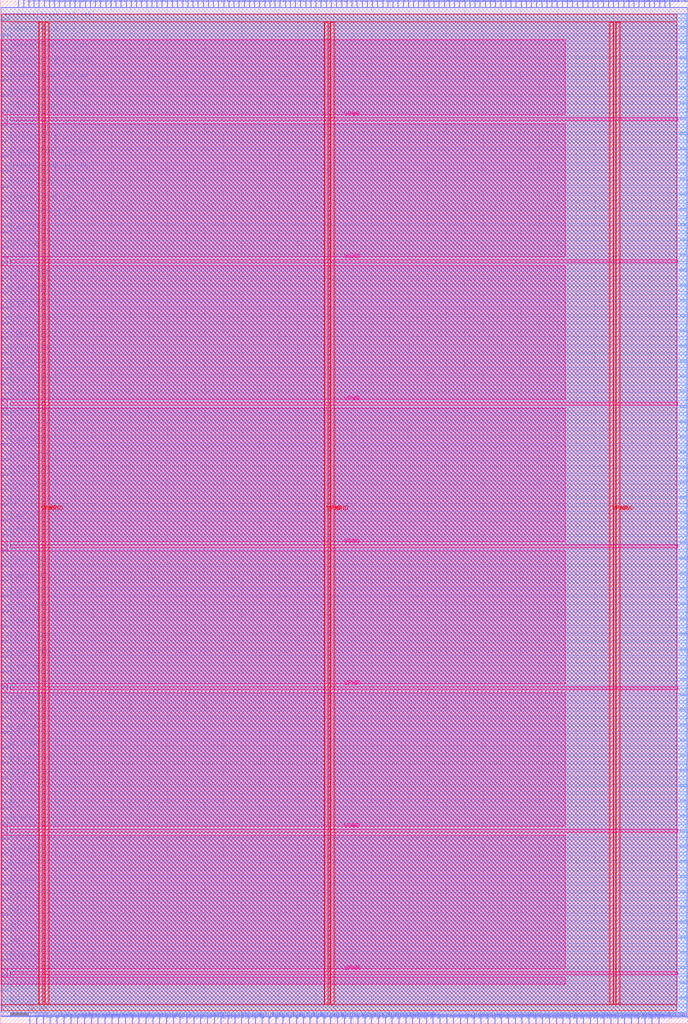
<source format=lef>
VERSION 5.7 ;
  NOWIREEXTENSIONATPIN ON ;
  DIVIDERCHAR "/" ;
  BUSBITCHARS "[]" ;
MACRO housekeeping
  CLASS BLOCK ;
  FOREIGN housekeeping ;
  ORIGIN 0.000 0.000 ;
  SIZE 370.230 BY 550.950 ;
  PIN VGND
    DIRECTION INOUT ;
    USE GROUND ;
    PORT
      LAYER met4 ;
        RECT 24.340 10.640 25.940 538.800 ;
    END
    PORT
      LAYER met4 ;
        RECT 177.940 10.640 179.540 538.800 ;
    END
    PORT
      LAYER met4 ;
        RECT 331.540 10.640 333.140 538.800 ;
    END
    PORT
      LAYER met5 ;
        RECT 5.280 103.080 364.560 104.680 ;
    END
    PORT
      LAYER met5 ;
        RECT 5.280 256.260 364.560 257.860 ;
    END
    PORT
      LAYER met5 ;
        RECT 5.280 409.440 364.560 411.040 ;
    END
  END VGND
  PIN VPWR
    DIRECTION INOUT ;
    USE POWER ;
    PORT
      LAYER met4 ;
        RECT 21.040 10.640 22.640 538.800 ;
    END
    PORT
      LAYER met4 ;
        RECT 174.640 10.640 176.240 538.800 ;
    END
    PORT
      LAYER met4 ;
        RECT 328.240 10.640 329.840 538.800 ;
    END
    PORT
      LAYER met5 ;
        RECT 5.280 26.490 364.560 28.090 ;
    END
    PORT
      LAYER met5 ;
        RECT 5.280 179.670 364.560 181.270 ;
    END
    PORT
      LAYER met5 ;
        RECT 5.280 332.850 364.560 334.450 ;
    END
    PORT
      LAYER met5 ;
        RECT 5.280 486.030 364.560 487.630 ;
    END
  END VPWR
  PIN debug_in
    DIRECTION OUTPUT TRISTATE ;
    USE SIGNAL ;
    PORT
      LAYER met3 ;
        RECT 0.000 9.560 4.000 10.160 ;
    END
  END debug_in
  PIN debug_mode
    DIRECTION INPUT ;
    USE SIGNAL ;
    PORT
      LAYER met3 ;
        RECT 0.000 17.720 4.000 18.320 ;
    END
  END debug_mode
  PIN debug_oeb
    DIRECTION INPUT ;
    USE SIGNAL ;
    PORT
      LAYER met3 ;
        RECT 0.000 25.880 4.000 26.480 ;
    END
  END debug_oeb
  PIN debug_out
    DIRECTION INPUT ;
    USE SIGNAL ;
    PORT
      LAYER met3 ;
        RECT 0.000 34.040 4.000 34.640 ;
    END
  END debug_out
  PIN irq[0]
    DIRECTION OUTPUT TRISTATE ;
    USE SIGNAL ;
    PORT
      LAYER met3 ;
        RECT 0.000 50.360 4.000 50.960 ;
    END
  END irq[0]
  PIN irq[1]
    DIRECTION OUTPUT TRISTATE ;
    USE SIGNAL ;
    PORT
      LAYER met3 ;
        RECT 0.000 58.520 4.000 59.120 ;
    END
  END irq[1]
  PIN irq[2]
    DIRECTION OUTPUT TRISTATE ;
    USE SIGNAL ;
    PORT
      LAYER met3 ;
        RECT 0.000 66.680 4.000 67.280 ;
    END
  END irq[2]
  PIN mask_rev_in[0]
    DIRECTION INPUT ;
    USE SIGNAL ;
    PORT
      LAYER met2 ;
        RECT 225.490 0.000 225.770 4.000 ;
    END
  END mask_rev_in[0]
  PIN mask_rev_in[10]
    DIRECTION INPUT ;
    USE SIGNAL ;
    PORT
      LAYER met2 ;
        RECT 262.290 0.000 262.570 4.000 ;
    END
  END mask_rev_in[10]
  PIN mask_rev_in[11]
    DIRECTION INPUT ;
    USE SIGNAL ;
    PORT
      LAYER met2 ;
        RECT 265.970 0.000 266.250 4.000 ;
    END
  END mask_rev_in[11]
  PIN mask_rev_in[12]
    DIRECTION INPUT ;
    USE SIGNAL ;
    PORT
      LAYER met2 ;
        RECT 269.650 0.000 269.930 4.000 ;
    END
  END mask_rev_in[12]
  PIN mask_rev_in[13]
    DIRECTION INPUT ;
    USE SIGNAL ;
    PORT
      LAYER met2 ;
        RECT 273.330 0.000 273.610 4.000 ;
    END
  END mask_rev_in[13]
  PIN mask_rev_in[14]
    DIRECTION INPUT ;
    USE SIGNAL ;
    PORT
      LAYER met2 ;
        RECT 277.010 0.000 277.290 4.000 ;
    END
  END mask_rev_in[14]
  PIN mask_rev_in[15]
    DIRECTION INPUT ;
    USE SIGNAL ;
    PORT
      LAYER met2 ;
        RECT 280.690 0.000 280.970 4.000 ;
    END
  END mask_rev_in[15]
  PIN mask_rev_in[16]
    DIRECTION INPUT ;
    USE SIGNAL ;
    PORT
      LAYER met2 ;
        RECT 284.370 0.000 284.650 4.000 ;
    END
  END mask_rev_in[16]
  PIN mask_rev_in[17]
    DIRECTION INPUT ;
    USE SIGNAL ;
    PORT
      LAYER met2 ;
        RECT 288.050 0.000 288.330 4.000 ;
    END
  END mask_rev_in[17]
  PIN mask_rev_in[18]
    DIRECTION INPUT ;
    USE SIGNAL ;
    PORT
      LAYER met2 ;
        RECT 291.730 0.000 292.010 4.000 ;
    END
  END mask_rev_in[18]
  PIN mask_rev_in[19]
    DIRECTION INPUT ;
    USE SIGNAL ;
    PORT
      LAYER met2 ;
        RECT 295.410 0.000 295.690 4.000 ;
    END
  END mask_rev_in[19]
  PIN mask_rev_in[1]
    DIRECTION INPUT ;
    USE SIGNAL ;
    PORT
      LAYER met2 ;
        RECT 229.170 0.000 229.450 4.000 ;
    END
  END mask_rev_in[1]
  PIN mask_rev_in[20]
    DIRECTION INPUT ;
    USE SIGNAL ;
    PORT
      LAYER met2 ;
        RECT 299.090 0.000 299.370 4.000 ;
    END
  END mask_rev_in[20]
  PIN mask_rev_in[21]
    DIRECTION INPUT ;
    USE SIGNAL ;
    PORT
      LAYER met2 ;
        RECT 302.770 0.000 303.050 4.000 ;
    END
  END mask_rev_in[21]
  PIN mask_rev_in[22]
    DIRECTION INPUT ;
    USE SIGNAL ;
    PORT
      LAYER met2 ;
        RECT 306.450 0.000 306.730 4.000 ;
    END
  END mask_rev_in[22]
  PIN mask_rev_in[23]
    DIRECTION INPUT ;
    USE SIGNAL ;
    PORT
      LAYER met2 ;
        RECT 310.130 0.000 310.410 4.000 ;
    END
  END mask_rev_in[23]
  PIN mask_rev_in[24]
    DIRECTION INPUT ;
    USE SIGNAL ;
    PORT
      LAYER met2 ;
        RECT 313.810 0.000 314.090 4.000 ;
    END
  END mask_rev_in[24]
  PIN mask_rev_in[25]
    DIRECTION INPUT ;
    USE SIGNAL ;
    PORT
      LAYER met2 ;
        RECT 317.490 0.000 317.770 4.000 ;
    END
  END mask_rev_in[25]
  PIN mask_rev_in[26]
    DIRECTION INPUT ;
    USE SIGNAL ;
    PORT
      LAYER met2 ;
        RECT 321.170 0.000 321.450 4.000 ;
    END
  END mask_rev_in[26]
  PIN mask_rev_in[27]
    DIRECTION INPUT ;
    USE SIGNAL ;
    PORT
      LAYER met2 ;
        RECT 324.850 0.000 325.130 4.000 ;
    END
  END mask_rev_in[27]
  PIN mask_rev_in[28]
    DIRECTION INPUT ;
    USE SIGNAL ;
    PORT
      LAYER met2 ;
        RECT 328.530 0.000 328.810 4.000 ;
    END
  END mask_rev_in[28]
  PIN mask_rev_in[29]
    DIRECTION INPUT ;
    USE SIGNAL ;
    PORT
      LAYER met2 ;
        RECT 332.210 0.000 332.490 4.000 ;
    END
  END mask_rev_in[29]
  PIN mask_rev_in[2]
    DIRECTION INPUT ;
    USE SIGNAL ;
    PORT
      LAYER met2 ;
        RECT 232.850 0.000 233.130 4.000 ;
    END
  END mask_rev_in[2]
  PIN mask_rev_in[30]
    DIRECTION INPUT ;
    USE SIGNAL ;
    PORT
      LAYER met2 ;
        RECT 335.890 0.000 336.170 4.000 ;
    END
  END mask_rev_in[30]
  PIN mask_rev_in[31]
    DIRECTION INPUT ;
    USE SIGNAL ;
    PORT
      LAYER met2 ;
        RECT 339.570 0.000 339.850 4.000 ;
    END
  END mask_rev_in[31]
  PIN mask_rev_in[3]
    DIRECTION INPUT ;
    USE SIGNAL ;
    PORT
      LAYER met2 ;
        RECT 236.530 0.000 236.810 4.000 ;
    END
  END mask_rev_in[3]
  PIN mask_rev_in[4]
    DIRECTION INPUT ;
    USE SIGNAL ;
    PORT
      LAYER met2 ;
        RECT 240.210 0.000 240.490 4.000 ;
    END
  END mask_rev_in[4]
  PIN mask_rev_in[5]
    DIRECTION INPUT ;
    USE SIGNAL ;
    PORT
      LAYER met2 ;
        RECT 243.890 0.000 244.170 4.000 ;
    END
  END mask_rev_in[5]
  PIN mask_rev_in[6]
    DIRECTION INPUT ;
    USE SIGNAL ;
    PORT
      LAYER met2 ;
        RECT 247.570 0.000 247.850 4.000 ;
    END
  END mask_rev_in[6]
  PIN mask_rev_in[7]
    DIRECTION INPUT ;
    USE SIGNAL ;
    PORT
      LAYER met2 ;
        RECT 251.250 0.000 251.530 4.000 ;
    END
  END mask_rev_in[7]
  PIN mask_rev_in[8]
    DIRECTION INPUT ;
    USE SIGNAL ;
    PORT
      LAYER met2 ;
        RECT 254.930 0.000 255.210 4.000 ;
    END
  END mask_rev_in[8]
  PIN mask_rev_in[9]
    DIRECTION INPUT ;
    USE SIGNAL ;
    PORT
      LAYER met2 ;
        RECT 258.610 0.000 258.890 4.000 ;
    END
  END mask_rev_in[9]
  PIN mgmt_gpio_in[0]
    DIRECTION INPUT ;
    USE SIGNAL ;
    PORT
      LAYER met3 ;
        RECT 366.230 54.440 370.230 55.040 ;
    END
  END mgmt_gpio_in[0]
  PIN mgmt_gpio_in[10]
    DIRECTION INPUT ;
    USE SIGNAL ;
    PORT
      LAYER met3 ;
        RECT 366.230 299.240 370.230 299.840 ;
    END
  END mgmt_gpio_in[10]
  PIN mgmt_gpio_in[11]
    DIRECTION INPUT ;
    USE SIGNAL ;
    PORT
      LAYER met3 ;
        RECT 366.230 323.720 370.230 324.320 ;
    END
  END mgmt_gpio_in[11]
  PIN mgmt_gpio_in[12]
    DIRECTION INPUT ;
    USE SIGNAL ;
    PORT
      LAYER met3 ;
        RECT 366.230 348.200 370.230 348.800 ;
    END
  END mgmt_gpio_in[12]
  PIN mgmt_gpio_in[13]
    DIRECTION INPUT ;
    USE SIGNAL ;
    PORT
      LAYER met3 ;
        RECT 366.230 372.680 370.230 373.280 ;
    END
  END mgmt_gpio_in[13]
  PIN mgmt_gpio_in[14]
    DIRECTION INPUT ;
    USE SIGNAL ;
    PORT
      LAYER met3 ;
        RECT 366.230 397.160 370.230 397.760 ;
    END
  END mgmt_gpio_in[14]
  PIN mgmt_gpio_in[15]
    DIRECTION INPUT ;
    USE SIGNAL ;
    PORT
      LAYER met3 ;
        RECT 366.230 421.640 370.230 422.240 ;
    END
  END mgmt_gpio_in[15]
  PIN mgmt_gpio_in[16]
    DIRECTION INPUT ;
    USE SIGNAL ;
    PORT
      LAYER met3 ;
        RECT 366.230 446.120 370.230 446.720 ;
    END
  END mgmt_gpio_in[16]
  PIN mgmt_gpio_in[17]
    DIRECTION INPUT ;
    USE SIGNAL ;
    PORT
      LAYER met3 ;
        RECT 366.230 470.600 370.230 471.200 ;
    END
  END mgmt_gpio_in[17]
  PIN mgmt_gpio_in[18]
    DIRECTION INPUT ;
    USE SIGNAL ;
    PORT
      LAYER met3 ;
        RECT 366.230 495.080 370.230 495.680 ;
    END
  END mgmt_gpio_in[18]
  PIN mgmt_gpio_in[19]
    DIRECTION INPUT ;
    USE SIGNAL ;
    PORT
      LAYER met3 ;
        RECT 366.230 519.560 370.230 520.160 ;
    END
  END mgmt_gpio_in[19]
  PIN mgmt_gpio_in[1]
    DIRECTION INPUT ;
    USE SIGNAL ;
    PORT
      LAYER met3 ;
        RECT 366.230 78.920 370.230 79.520 ;
    END
  END mgmt_gpio_in[1]
  PIN mgmt_gpio_in[20]
    DIRECTION INPUT ;
    USE SIGNAL ;
    PORT
      LAYER met2 ;
        RECT 213.990 546.950 214.270 550.950 ;
    END
  END mgmt_gpio_in[20]
  PIN mgmt_gpio_in[21]
    DIRECTION INPUT ;
    USE SIGNAL ;
    PORT
      LAYER met2 ;
        RECT 222.270 546.950 222.550 550.950 ;
    END
  END mgmt_gpio_in[21]
  PIN mgmt_gpio_in[22]
    DIRECTION INPUT ;
    USE SIGNAL ;
    PORT
      LAYER met2 ;
        RECT 230.550 546.950 230.830 550.950 ;
    END
  END mgmt_gpio_in[22]
  PIN mgmt_gpio_in[23]
    DIRECTION INPUT ;
    USE SIGNAL ;
    PORT
      LAYER met2 ;
        RECT 238.830 546.950 239.110 550.950 ;
    END
  END mgmt_gpio_in[23]
  PIN mgmt_gpio_in[24]
    DIRECTION INPUT ;
    USE SIGNAL ;
    PORT
      LAYER met2 ;
        RECT 247.110 546.950 247.390 550.950 ;
    END
  END mgmt_gpio_in[24]
  PIN mgmt_gpio_in[25]
    DIRECTION INPUT ;
    USE SIGNAL ;
    PORT
      LAYER met2 ;
        RECT 255.390 546.950 255.670 550.950 ;
    END
  END mgmt_gpio_in[25]
  PIN mgmt_gpio_in[26]
    DIRECTION INPUT ;
    USE SIGNAL ;
    PORT
      LAYER met2 ;
        RECT 263.670 546.950 263.950 550.950 ;
    END
  END mgmt_gpio_in[26]
  PIN mgmt_gpio_in[27]
    DIRECTION INPUT ;
    USE SIGNAL ;
    PORT
      LAYER met2 ;
        RECT 271.950 546.950 272.230 550.950 ;
    END
  END mgmt_gpio_in[27]
  PIN mgmt_gpio_in[28]
    DIRECTION INPUT ;
    USE SIGNAL ;
    PORT
      LAYER met2 ;
        RECT 280.230 546.950 280.510 550.950 ;
    END
  END mgmt_gpio_in[28]
  PIN mgmt_gpio_in[29]
    DIRECTION INPUT ;
    USE SIGNAL ;
    PORT
      LAYER met2 ;
        RECT 288.510 546.950 288.790 550.950 ;
    END
  END mgmt_gpio_in[29]
  PIN mgmt_gpio_in[2]
    DIRECTION INPUT ;
    USE SIGNAL ;
    PORT
      LAYER met3 ;
        RECT 366.230 103.400 370.230 104.000 ;
    END
  END mgmt_gpio_in[2]
  PIN mgmt_gpio_in[30]
    DIRECTION INPUT ;
    USE SIGNAL ;
    PORT
      LAYER met2 ;
        RECT 296.790 546.950 297.070 550.950 ;
    END
  END mgmt_gpio_in[30]
  PIN mgmt_gpio_in[31]
    DIRECTION INPUT ;
    USE SIGNAL ;
    PORT
      LAYER met2 ;
        RECT 305.070 546.950 305.350 550.950 ;
    END
  END mgmt_gpio_in[31]
  PIN mgmt_gpio_in[32]
    DIRECTION INPUT ;
    USE SIGNAL ;
    PORT
      LAYER met2 ;
        RECT 313.350 546.950 313.630 550.950 ;
    END
  END mgmt_gpio_in[32]
  PIN mgmt_gpio_in[33]
    DIRECTION INPUT ;
    USE SIGNAL ;
    PORT
      LAYER met2 ;
        RECT 321.630 546.950 321.910 550.950 ;
    END
  END mgmt_gpio_in[33]
  PIN mgmt_gpio_in[34]
    DIRECTION INPUT ;
    USE SIGNAL ;
    PORT
      LAYER met2 ;
        RECT 329.910 546.950 330.190 550.950 ;
    END
  END mgmt_gpio_in[34]
  PIN mgmt_gpio_in[35]
    DIRECTION INPUT ;
    USE SIGNAL ;
    PORT
      LAYER met2 ;
        RECT 338.190 546.950 338.470 550.950 ;
    END
  END mgmt_gpio_in[35]
  PIN mgmt_gpio_in[36]
    DIRECTION INPUT ;
    USE SIGNAL ;
    PORT
      LAYER met2 ;
        RECT 346.470 546.950 346.750 550.950 ;
    END
  END mgmt_gpio_in[36]
  PIN mgmt_gpio_in[37]
    DIRECTION INPUT ;
    USE SIGNAL ;
    PORT
      LAYER met2 ;
        RECT 354.750 546.950 355.030 550.950 ;
    END
  END mgmt_gpio_in[37]
  PIN mgmt_gpio_in[3]
    DIRECTION INPUT ;
    USE SIGNAL ;
    PORT
      LAYER met3 ;
        RECT 366.230 127.880 370.230 128.480 ;
    END
  END mgmt_gpio_in[3]
  PIN mgmt_gpio_in[4]
    DIRECTION INPUT ;
    USE SIGNAL ;
    PORT
      LAYER met3 ;
        RECT 366.230 152.360 370.230 152.960 ;
    END
  END mgmt_gpio_in[4]
  PIN mgmt_gpio_in[5]
    DIRECTION INPUT ;
    USE SIGNAL ;
    PORT
      LAYER met3 ;
        RECT 366.230 176.840 370.230 177.440 ;
    END
  END mgmt_gpio_in[5]
  PIN mgmt_gpio_in[6]
    DIRECTION INPUT ;
    USE SIGNAL ;
    PORT
      LAYER met3 ;
        RECT 366.230 201.320 370.230 201.920 ;
    END
  END mgmt_gpio_in[6]
  PIN mgmt_gpio_in[7]
    DIRECTION INPUT ;
    USE SIGNAL ;
    PORT
      LAYER met3 ;
        RECT 366.230 225.800 370.230 226.400 ;
    END
  END mgmt_gpio_in[7]
  PIN mgmt_gpio_in[8]
    DIRECTION INPUT ;
    USE SIGNAL ;
    PORT
      LAYER met3 ;
        RECT 366.230 250.280 370.230 250.880 ;
    END
  END mgmt_gpio_in[8]
  PIN mgmt_gpio_in[9]
    DIRECTION INPUT ;
    USE SIGNAL ;
    PORT
      LAYER met3 ;
        RECT 366.230 274.760 370.230 275.360 ;
    END
  END mgmt_gpio_in[9]
  PIN mgmt_gpio_oeb[0]
    DIRECTION OUTPUT TRISTATE ;
    USE SIGNAL ;
    PORT
      LAYER met3 ;
        RECT 366.230 62.600 370.230 63.200 ;
    END
  END mgmt_gpio_oeb[0]
  PIN mgmt_gpio_oeb[10]
    DIRECTION OUTPUT TRISTATE ;
    USE SIGNAL ;
    PORT
      LAYER met3 ;
        RECT 366.230 307.400 370.230 308.000 ;
    END
  END mgmt_gpio_oeb[10]
  PIN mgmt_gpio_oeb[11]
    DIRECTION OUTPUT TRISTATE ;
    USE SIGNAL ;
    PORT
      LAYER met3 ;
        RECT 366.230 331.880 370.230 332.480 ;
    END
  END mgmt_gpio_oeb[11]
  PIN mgmt_gpio_oeb[12]
    DIRECTION OUTPUT TRISTATE ;
    USE SIGNAL ;
    PORT
      LAYER met3 ;
        RECT 366.230 356.360 370.230 356.960 ;
    END
  END mgmt_gpio_oeb[12]
  PIN mgmt_gpio_oeb[13]
    DIRECTION OUTPUT TRISTATE ;
    USE SIGNAL ;
    PORT
      LAYER met3 ;
        RECT 366.230 380.840 370.230 381.440 ;
    END
  END mgmt_gpio_oeb[13]
  PIN mgmt_gpio_oeb[14]
    DIRECTION OUTPUT TRISTATE ;
    USE SIGNAL ;
    PORT
      LAYER met3 ;
        RECT 366.230 405.320 370.230 405.920 ;
    END
  END mgmt_gpio_oeb[14]
  PIN mgmt_gpio_oeb[15]
    DIRECTION OUTPUT TRISTATE ;
    USE SIGNAL ;
    PORT
      LAYER met3 ;
        RECT 366.230 429.800 370.230 430.400 ;
    END
  END mgmt_gpio_oeb[15]
  PIN mgmt_gpio_oeb[16]
    DIRECTION OUTPUT TRISTATE ;
    USE SIGNAL ;
    PORT
      LAYER met3 ;
        RECT 366.230 454.280 370.230 454.880 ;
    END
  END mgmt_gpio_oeb[16]
  PIN mgmt_gpio_oeb[17]
    DIRECTION OUTPUT TRISTATE ;
    USE SIGNAL ;
    PORT
      LAYER met3 ;
        RECT 366.230 478.760 370.230 479.360 ;
    END
  END mgmt_gpio_oeb[17]
  PIN mgmt_gpio_oeb[18]
    DIRECTION OUTPUT TRISTATE ;
    USE SIGNAL ;
    PORT
      LAYER met3 ;
        RECT 366.230 503.240 370.230 503.840 ;
    END
  END mgmt_gpio_oeb[18]
  PIN mgmt_gpio_oeb[19]
    DIRECTION OUTPUT TRISTATE ;
    USE SIGNAL ;
    PORT
      LAYER met3 ;
        RECT 366.230 527.720 370.230 528.320 ;
    END
  END mgmt_gpio_oeb[19]
  PIN mgmt_gpio_oeb[1]
    DIRECTION OUTPUT TRISTATE ;
    USE SIGNAL ;
    PORT
      LAYER met3 ;
        RECT 366.230 87.080 370.230 87.680 ;
    END
  END mgmt_gpio_oeb[1]
  PIN mgmt_gpio_oeb[20]
    DIRECTION OUTPUT TRISTATE ;
    USE SIGNAL ;
    PORT
      LAYER met2 ;
        RECT 216.750 546.950 217.030 550.950 ;
    END
  END mgmt_gpio_oeb[20]
  PIN mgmt_gpio_oeb[21]
    DIRECTION OUTPUT TRISTATE ;
    USE SIGNAL ;
    PORT
      LAYER met2 ;
        RECT 225.030 546.950 225.310 550.950 ;
    END
  END mgmt_gpio_oeb[21]
  PIN mgmt_gpio_oeb[22]
    DIRECTION OUTPUT TRISTATE ;
    USE SIGNAL ;
    PORT
      LAYER met2 ;
        RECT 233.310 546.950 233.590 550.950 ;
    END
  END mgmt_gpio_oeb[22]
  PIN mgmt_gpio_oeb[23]
    DIRECTION OUTPUT TRISTATE ;
    USE SIGNAL ;
    PORT
      LAYER met2 ;
        RECT 241.590 546.950 241.870 550.950 ;
    END
  END mgmt_gpio_oeb[23]
  PIN mgmt_gpio_oeb[24]
    DIRECTION OUTPUT TRISTATE ;
    USE SIGNAL ;
    PORT
      LAYER met2 ;
        RECT 249.870 546.950 250.150 550.950 ;
    END
  END mgmt_gpio_oeb[24]
  PIN mgmt_gpio_oeb[25]
    DIRECTION OUTPUT TRISTATE ;
    USE SIGNAL ;
    PORT
      LAYER met2 ;
        RECT 258.150 546.950 258.430 550.950 ;
    END
  END mgmt_gpio_oeb[25]
  PIN mgmt_gpio_oeb[26]
    DIRECTION OUTPUT TRISTATE ;
    USE SIGNAL ;
    PORT
      LAYER met2 ;
        RECT 266.430 546.950 266.710 550.950 ;
    END
  END mgmt_gpio_oeb[26]
  PIN mgmt_gpio_oeb[27]
    DIRECTION OUTPUT TRISTATE ;
    USE SIGNAL ;
    PORT
      LAYER met2 ;
        RECT 274.710 546.950 274.990 550.950 ;
    END
  END mgmt_gpio_oeb[27]
  PIN mgmt_gpio_oeb[28]
    DIRECTION OUTPUT TRISTATE ;
    USE SIGNAL ;
    PORT
      LAYER met2 ;
        RECT 282.990 546.950 283.270 550.950 ;
    END
  END mgmt_gpio_oeb[28]
  PIN mgmt_gpio_oeb[29]
    DIRECTION OUTPUT TRISTATE ;
    USE SIGNAL ;
    PORT
      LAYER met2 ;
        RECT 291.270 546.950 291.550 550.950 ;
    END
  END mgmt_gpio_oeb[29]
  PIN mgmt_gpio_oeb[2]
    DIRECTION OUTPUT TRISTATE ;
    USE SIGNAL ;
    PORT
      LAYER met3 ;
        RECT 366.230 111.560 370.230 112.160 ;
    END
  END mgmt_gpio_oeb[2]
  PIN mgmt_gpio_oeb[30]
    DIRECTION OUTPUT TRISTATE ;
    USE SIGNAL ;
    PORT
      LAYER met2 ;
        RECT 299.550 546.950 299.830 550.950 ;
    END
  END mgmt_gpio_oeb[30]
  PIN mgmt_gpio_oeb[31]
    DIRECTION OUTPUT TRISTATE ;
    USE SIGNAL ;
    PORT
      LAYER met2 ;
        RECT 307.830 546.950 308.110 550.950 ;
    END
  END mgmt_gpio_oeb[31]
  PIN mgmt_gpio_oeb[32]
    DIRECTION OUTPUT TRISTATE ;
    USE SIGNAL ;
    PORT
      LAYER met2 ;
        RECT 316.110 546.950 316.390 550.950 ;
    END
  END mgmt_gpio_oeb[32]
  PIN mgmt_gpio_oeb[33]
    DIRECTION OUTPUT TRISTATE ;
    USE SIGNAL ;
    PORT
      LAYER met2 ;
        RECT 324.390 546.950 324.670 550.950 ;
    END
  END mgmt_gpio_oeb[33]
  PIN mgmt_gpio_oeb[34]
    DIRECTION OUTPUT TRISTATE ;
    USE SIGNAL ;
    PORT
      LAYER met2 ;
        RECT 332.670 546.950 332.950 550.950 ;
    END
  END mgmt_gpio_oeb[34]
  PIN mgmt_gpio_oeb[35]
    DIRECTION OUTPUT TRISTATE ;
    USE SIGNAL ;
    PORT
      LAYER met2 ;
        RECT 340.950 546.950 341.230 550.950 ;
    END
  END mgmt_gpio_oeb[35]
  PIN mgmt_gpio_oeb[36]
    DIRECTION OUTPUT TRISTATE ;
    USE SIGNAL ;
    PORT
      LAYER met2 ;
        RECT 349.230 546.950 349.510 550.950 ;
    END
  END mgmt_gpio_oeb[36]
  PIN mgmt_gpio_oeb[37]
    DIRECTION OUTPUT TRISTATE ;
    USE SIGNAL ;
    PORT
      LAYER met2 ;
        RECT 357.510 546.950 357.790 550.950 ;
    END
  END mgmt_gpio_oeb[37]
  PIN mgmt_gpio_oeb[3]
    DIRECTION OUTPUT TRISTATE ;
    USE SIGNAL ;
    PORT
      LAYER met3 ;
        RECT 366.230 136.040 370.230 136.640 ;
    END
  END mgmt_gpio_oeb[3]
  PIN mgmt_gpio_oeb[4]
    DIRECTION OUTPUT TRISTATE ;
    USE SIGNAL ;
    PORT
      LAYER met3 ;
        RECT 366.230 160.520 370.230 161.120 ;
    END
  END mgmt_gpio_oeb[4]
  PIN mgmt_gpio_oeb[5]
    DIRECTION OUTPUT TRISTATE ;
    USE SIGNAL ;
    PORT
      LAYER met3 ;
        RECT 366.230 185.000 370.230 185.600 ;
    END
  END mgmt_gpio_oeb[5]
  PIN mgmt_gpio_oeb[6]
    DIRECTION OUTPUT TRISTATE ;
    USE SIGNAL ;
    PORT
      LAYER met3 ;
        RECT 366.230 209.480 370.230 210.080 ;
    END
  END mgmt_gpio_oeb[6]
  PIN mgmt_gpio_oeb[7]
    DIRECTION OUTPUT TRISTATE ;
    USE SIGNAL ;
    PORT
      LAYER met3 ;
        RECT 366.230 233.960 370.230 234.560 ;
    END
  END mgmt_gpio_oeb[7]
  PIN mgmt_gpio_oeb[8]
    DIRECTION OUTPUT TRISTATE ;
    USE SIGNAL ;
    PORT
      LAYER met3 ;
        RECT 366.230 258.440 370.230 259.040 ;
    END
  END mgmt_gpio_oeb[8]
  PIN mgmt_gpio_oeb[9]
    DIRECTION OUTPUT TRISTATE ;
    USE SIGNAL ;
    PORT
      LAYER met3 ;
        RECT 366.230 282.920 370.230 283.520 ;
    END
  END mgmt_gpio_oeb[9]
  PIN mgmt_gpio_out[0]
    DIRECTION OUTPUT TRISTATE ;
    USE SIGNAL ;
    PORT
      LAYER met3 ;
        RECT 366.230 70.760 370.230 71.360 ;
    END
  END mgmt_gpio_out[0]
  PIN mgmt_gpio_out[10]
    DIRECTION OUTPUT TRISTATE ;
    USE SIGNAL ;
    PORT
      LAYER met3 ;
        RECT 366.230 315.560 370.230 316.160 ;
    END
  END mgmt_gpio_out[10]
  PIN mgmt_gpio_out[11]
    DIRECTION OUTPUT TRISTATE ;
    USE SIGNAL ;
    PORT
      LAYER met3 ;
        RECT 366.230 340.040 370.230 340.640 ;
    END
  END mgmt_gpio_out[11]
  PIN mgmt_gpio_out[12]
    DIRECTION OUTPUT TRISTATE ;
    USE SIGNAL ;
    PORT
      LAYER met3 ;
        RECT 366.230 364.520 370.230 365.120 ;
    END
  END mgmt_gpio_out[12]
  PIN mgmt_gpio_out[13]
    DIRECTION OUTPUT TRISTATE ;
    USE SIGNAL ;
    PORT
      LAYER met3 ;
        RECT 366.230 389.000 370.230 389.600 ;
    END
  END mgmt_gpio_out[13]
  PIN mgmt_gpio_out[14]
    DIRECTION OUTPUT TRISTATE ;
    USE SIGNAL ;
    PORT
      LAYER met3 ;
        RECT 366.230 413.480 370.230 414.080 ;
    END
  END mgmt_gpio_out[14]
  PIN mgmt_gpio_out[15]
    DIRECTION OUTPUT TRISTATE ;
    USE SIGNAL ;
    PORT
      LAYER met3 ;
        RECT 366.230 437.960 370.230 438.560 ;
    END
  END mgmt_gpio_out[15]
  PIN mgmt_gpio_out[16]
    DIRECTION OUTPUT TRISTATE ;
    USE SIGNAL ;
    PORT
      LAYER met3 ;
        RECT 366.230 462.440 370.230 463.040 ;
    END
  END mgmt_gpio_out[16]
  PIN mgmt_gpio_out[17]
    DIRECTION OUTPUT TRISTATE ;
    USE SIGNAL ;
    PORT
      LAYER met3 ;
        RECT 366.230 486.920 370.230 487.520 ;
    END
  END mgmt_gpio_out[17]
  PIN mgmt_gpio_out[18]
    DIRECTION OUTPUT TRISTATE ;
    USE SIGNAL ;
    PORT
      LAYER met3 ;
        RECT 366.230 511.400 370.230 512.000 ;
    END
  END mgmt_gpio_out[18]
  PIN mgmt_gpio_out[19]
    DIRECTION OUTPUT TRISTATE ;
    USE SIGNAL ;
    PORT
      LAYER met3 ;
        RECT 366.230 535.880 370.230 536.480 ;
    END
  END mgmt_gpio_out[19]
  PIN mgmt_gpio_out[1]
    DIRECTION OUTPUT TRISTATE ;
    USE SIGNAL ;
    PORT
      LAYER met3 ;
        RECT 366.230 95.240 370.230 95.840 ;
    END
  END mgmt_gpio_out[1]
  PIN mgmt_gpio_out[20]
    DIRECTION OUTPUT TRISTATE ;
    USE SIGNAL ;
    PORT
      LAYER met2 ;
        RECT 219.510 546.950 219.790 550.950 ;
    END
  END mgmt_gpio_out[20]
  PIN mgmt_gpio_out[21]
    DIRECTION OUTPUT TRISTATE ;
    USE SIGNAL ;
    PORT
      LAYER met2 ;
        RECT 227.790 546.950 228.070 550.950 ;
    END
  END mgmt_gpio_out[21]
  PIN mgmt_gpio_out[22]
    DIRECTION OUTPUT TRISTATE ;
    USE SIGNAL ;
    PORT
      LAYER met2 ;
        RECT 236.070 546.950 236.350 550.950 ;
    END
  END mgmt_gpio_out[22]
  PIN mgmt_gpio_out[23]
    DIRECTION OUTPUT TRISTATE ;
    USE SIGNAL ;
    PORT
      LAYER met2 ;
        RECT 244.350 546.950 244.630 550.950 ;
    END
  END mgmt_gpio_out[23]
  PIN mgmt_gpio_out[24]
    DIRECTION OUTPUT TRISTATE ;
    USE SIGNAL ;
    PORT
      LAYER met2 ;
        RECT 252.630 546.950 252.910 550.950 ;
    END
  END mgmt_gpio_out[24]
  PIN mgmt_gpio_out[25]
    DIRECTION OUTPUT TRISTATE ;
    USE SIGNAL ;
    PORT
      LAYER met2 ;
        RECT 260.910 546.950 261.190 550.950 ;
    END
  END mgmt_gpio_out[25]
  PIN mgmt_gpio_out[26]
    DIRECTION OUTPUT TRISTATE ;
    USE SIGNAL ;
    PORT
      LAYER met2 ;
        RECT 269.190 546.950 269.470 550.950 ;
    END
  END mgmt_gpio_out[26]
  PIN mgmt_gpio_out[27]
    DIRECTION OUTPUT TRISTATE ;
    USE SIGNAL ;
    PORT
      LAYER met2 ;
        RECT 277.470 546.950 277.750 550.950 ;
    END
  END mgmt_gpio_out[27]
  PIN mgmt_gpio_out[28]
    DIRECTION OUTPUT TRISTATE ;
    USE SIGNAL ;
    PORT
      LAYER met2 ;
        RECT 285.750 546.950 286.030 550.950 ;
    END
  END mgmt_gpio_out[28]
  PIN mgmt_gpio_out[29]
    DIRECTION OUTPUT TRISTATE ;
    USE SIGNAL ;
    PORT
      LAYER met2 ;
        RECT 294.030 546.950 294.310 550.950 ;
    END
  END mgmt_gpio_out[29]
  PIN mgmt_gpio_out[2]
    DIRECTION OUTPUT TRISTATE ;
    USE SIGNAL ;
    PORT
      LAYER met3 ;
        RECT 366.230 119.720 370.230 120.320 ;
    END
  END mgmt_gpio_out[2]
  PIN mgmt_gpio_out[30]
    DIRECTION OUTPUT TRISTATE ;
    USE SIGNAL ;
    PORT
      LAYER met2 ;
        RECT 302.310 546.950 302.590 550.950 ;
    END
  END mgmt_gpio_out[30]
  PIN mgmt_gpio_out[31]
    DIRECTION OUTPUT TRISTATE ;
    USE SIGNAL ;
    PORT
      LAYER met2 ;
        RECT 310.590 546.950 310.870 550.950 ;
    END
  END mgmt_gpio_out[31]
  PIN mgmt_gpio_out[32]
    DIRECTION OUTPUT TRISTATE ;
    USE SIGNAL ;
    PORT
      LAYER met2 ;
        RECT 318.870 546.950 319.150 550.950 ;
    END
  END mgmt_gpio_out[32]
  PIN mgmt_gpio_out[33]
    DIRECTION OUTPUT TRISTATE ;
    USE SIGNAL ;
    PORT
      LAYER met2 ;
        RECT 327.150 546.950 327.430 550.950 ;
    END
  END mgmt_gpio_out[33]
  PIN mgmt_gpio_out[34]
    DIRECTION OUTPUT TRISTATE ;
    USE SIGNAL ;
    PORT
      LAYER met2 ;
        RECT 335.430 546.950 335.710 550.950 ;
    END
  END mgmt_gpio_out[34]
  PIN mgmt_gpio_out[35]
    DIRECTION OUTPUT TRISTATE ;
    USE SIGNAL ;
    PORT
      LAYER met2 ;
        RECT 343.710 546.950 343.990 550.950 ;
    END
  END mgmt_gpio_out[35]
  PIN mgmt_gpio_out[36]
    DIRECTION OUTPUT TRISTATE ;
    USE SIGNAL ;
    PORT
      LAYER met2 ;
        RECT 351.990 546.950 352.270 550.950 ;
    END
  END mgmt_gpio_out[36]
  PIN mgmt_gpio_out[37]
    DIRECTION OUTPUT TRISTATE ;
    USE SIGNAL ;
    PORT
      LAYER met2 ;
        RECT 360.270 546.950 360.550 550.950 ;
    END
  END mgmt_gpio_out[37]
  PIN mgmt_gpio_out[3]
    DIRECTION OUTPUT TRISTATE ;
    USE SIGNAL ;
    PORT
      LAYER met3 ;
        RECT 366.230 144.200 370.230 144.800 ;
    END
  END mgmt_gpio_out[3]
  PIN mgmt_gpio_out[4]
    DIRECTION OUTPUT TRISTATE ;
    USE SIGNAL ;
    PORT
      LAYER met3 ;
        RECT 366.230 168.680 370.230 169.280 ;
    END
  END mgmt_gpio_out[4]
  PIN mgmt_gpio_out[5]
    DIRECTION OUTPUT TRISTATE ;
    USE SIGNAL ;
    PORT
      LAYER met3 ;
        RECT 366.230 193.160 370.230 193.760 ;
    END
  END mgmt_gpio_out[5]
  PIN mgmt_gpio_out[6]
    DIRECTION OUTPUT TRISTATE ;
    USE SIGNAL ;
    PORT
      LAYER met3 ;
        RECT 366.230 217.640 370.230 218.240 ;
    END
  END mgmt_gpio_out[6]
  PIN mgmt_gpio_out[7]
    DIRECTION OUTPUT TRISTATE ;
    USE SIGNAL ;
    PORT
      LAYER met3 ;
        RECT 366.230 242.120 370.230 242.720 ;
    END
  END mgmt_gpio_out[7]
  PIN mgmt_gpio_out[8]
    DIRECTION OUTPUT TRISTATE ;
    USE SIGNAL ;
    PORT
      LAYER met3 ;
        RECT 366.230 266.600 370.230 267.200 ;
    END
  END mgmt_gpio_out[8]
  PIN mgmt_gpio_out[9]
    DIRECTION OUTPUT TRISTATE ;
    USE SIGNAL ;
    PORT
      LAYER met3 ;
        RECT 366.230 291.080 370.230 291.680 ;
    END
  END mgmt_gpio_out[9]
  PIN pad_flash_clk
    DIRECTION OUTPUT TRISTATE ;
    USE SIGNAL ;
    PORT
      LAYER met2 ;
        RECT 19.410 0.000 19.690 4.000 ;
    END
  END pad_flash_clk
  PIN pad_flash_clk_oeb
    DIRECTION OUTPUT TRISTATE ;
    USE SIGNAL ;
    PORT
      LAYER met2 ;
        RECT 23.090 0.000 23.370 4.000 ;
    END
  END pad_flash_clk_oeb
  PIN pad_flash_csb
    DIRECTION OUTPUT TRISTATE ;
    USE SIGNAL ;
    PORT
      LAYER met2 ;
        RECT 26.770 0.000 27.050 4.000 ;
    END
  END pad_flash_csb
  PIN pad_flash_csb_oeb
    DIRECTION OUTPUT TRISTATE ;
    USE SIGNAL ;
    PORT
      LAYER met2 ;
        RECT 30.450 0.000 30.730 4.000 ;
    END
  END pad_flash_csb_oeb
  PIN pad_flash_io0_di
    DIRECTION INPUT ;
    USE SIGNAL ;
    PORT
      LAYER met2 ;
        RECT 34.130 0.000 34.410 4.000 ;
    END
  END pad_flash_io0_di
  PIN pad_flash_io0_do
    DIRECTION OUTPUT TRISTATE ;
    USE SIGNAL ;
    PORT
      LAYER met2 ;
        RECT 37.810 0.000 38.090 4.000 ;
    END
  END pad_flash_io0_do
  PIN pad_flash_io0_ieb
    DIRECTION OUTPUT TRISTATE ;
    USE SIGNAL ;
    PORT
      LAYER met2 ;
        RECT 41.490 0.000 41.770 4.000 ;
    END
  END pad_flash_io0_ieb
  PIN pad_flash_io0_oeb
    DIRECTION OUTPUT TRISTATE ;
    USE SIGNAL ;
    PORT
      LAYER met2 ;
        RECT 45.170 0.000 45.450 4.000 ;
    END
  END pad_flash_io0_oeb
  PIN pad_flash_io1_di
    DIRECTION INPUT ;
    USE SIGNAL ;
    PORT
      LAYER met2 ;
        RECT 48.850 0.000 49.130 4.000 ;
    END
  END pad_flash_io1_di
  PIN pad_flash_io1_do
    DIRECTION OUTPUT TRISTATE ;
    USE SIGNAL ;
    PORT
      LAYER met2 ;
        RECT 52.530 0.000 52.810 4.000 ;
    END
  END pad_flash_io1_do
  PIN pad_flash_io1_ieb
    DIRECTION OUTPUT TRISTATE ;
    USE SIGNAL ;
    PORT
      LAYER met2 ;
        RECT 56.210 0.000 56.490 4.000 ;
    END
  END pad_flash_io1_ieb
  PIN pad_flash_io1_oeb
    DIRECTION OUTPUT TRISTATE ;
    USE SIGNAL ;
    PORT
      LAYER met2 ;
        RECT 59.890 0.000 60.170 4.000 ;
    END
  END pad_flash_io1_oeb
  PIN pll90_sel[0]
    DIRECTION OUTPUT TRISTATE ;
    USE SIGNAL ;
    PORT
      LAYER met2 ;
        RECT 107.730 0.000 108.010 4.000 ;
    END
  END pll90_sel[0]
  PIN pll90_sel[1]
    DIRECTION OUTPUT TRISTATE ;
    USE SIGNAL ;
    PORT
      LAYER met2 ;
        RECT 111.410 0.000 111.690 4.000 ;
    END
  END pll90_sel[1]
  PIN pll90_sel[2]
    DIRECTION OUTPUT TRISTATE ;
    USE SIGNAL ;
    PORT
      LAYER met2 ;
        RECT 115.090 0.000 115.370 4.000 ;
    END
  END pll90_sel[2]
  PIN pll_bypass
    DIRECTION OUTPUT TRISTATE ;
    USE SIGNAL ;
    PORT
      LAYER met2 ;
        RECT 214.450 0.000 214.730 4.000 ;
    END
  END pll_bypass
  PIN pll_dco_ena
    DIRECTION OUTPUT TRISTATE ;
    USE SIGNAL ;
    PORT
      LAYER met2 ;
        RECT 74.610 0.000 74.890 4.000 ;
    END
  END pll_dco_ena
  PIN pll_div[0]
    DIRECTION OUTPUT TRISTATE ;
    USE SIGNAL ;
    PORT
      LAYER met2 ;
        RECT 78.290 0.000 78.570 4.000 ;
    END
  END pll_div[0]
  PIN pll_div[1]
    DIRECTION OUTPUT TRISTATE ;
    USE SIGNAL ;
    PORT
      LAYER met2 ;
        RECT 81.970 0.000 82.250 4.000 ;
    END
  END pll_div[1]
  PIN pll_div[2]
    DIRECTION OUTPUT TRISTATE ;
    USE SIGNAL ;
    PORT
      LAYER met2 ;
        RECT 85.650 0.000 85.930 4.000 ;
    END
  END pll_div[2]
  PIN pll_div[3]
    DIRECTION OUTPUT TRISTATE ;
    USE SIGNAL ;
    PORT
      LAYER met2 ;
        RECT 89.330 0.000 89.610 4.000 ;
    END
  END pll_div[3]
  PIN pll_div[4]
    DIRECTION OUTPUT TRISTATE ;
    USE SIGNAL ;
    PORT
      LAYER met2 ;
        RECT 93.010 0.000 93.290 4.000 ;
    END
  END pll_div[4]
  PIN pll_ena
    DIRECTION OUTPUT TRISTATE ;
    USE SIGNAL ;
    PORT
      LAYER met2 ;
        RECT 70.930 0.000 71.210 4.000 ;
    END
  END pll_ena
  PIN pll_sel[0]
    DIRECTION OUTPUT TRISTATE ;
    USE SIGNAL ;
    PORT
      LAYER met2 ;
        RECT 96.690 0.000 96.970 4.000 ;
    END
  END pll_sel[0]
  PIN pll_sel[1]
    DIRECTION OUTPUT TRISTATE ;
    USE SIGNAL ;
    PORT
      LAYER met2 ;
        RECT 100.370 0.000 100.650 4.000 ;
    END
  END pll_sel[1]
  PIN pll_sel[2]
    DIRECTION OUTPUT TRISTATE ;
    USE SIGNAL ;
    PORT
      LAYER met2 ;
        RECT 104.050 0.000 104.330 4.000 ;
    END
  END pll_sel[2]
  PIN pll_trim[0]
    DIRECTION OUTPUT TRISTATE ;
    USE SIGNAL ;
    PORT
      LAYER met2 ;
        RECT 118.770 0.000 119.050 4.000 ;
    END
  END pll_trim[0]
  PIN pll_trim[10]
    DIRECTION OUTPUT TRISTATE ;
    USE SIGNAL ;
    PORT
      LAYER met2 ;
        RECT 155.570 0.000 155.850 4.000 ;
    END
  END pll_trim[10]
  PIN pll_trim[11]
    DIRECTION OUTPUT TRISTATE ;
    USE SIGNAL ;
    PORT
      LAYER met2 ;
        RECT 159.250 0.000 159.530 4.000 ;
    END
  END pll_trim[11]
  PIN pll_trim[12]
    DIRECTION OUTPUT TRISTATE ;
    USE SIGNAL ;
    PORT
      LAYER met2 ;
        RECT 162.930 0.000 163.210 4.000 ;
    END
  END pll_trim[12]
  PIN pll_trim[13]
    DIRECTION OUTPUT TRISTATE ;
    USE SIGNAL ;
    PORT
      LAYER met2 ;
        RECT 166.610 0.000 166.890 4.000 ;
    END
  END pll_trim[13]
  PIN pll_trim[14]
    DIRECTION OUTPUT TRISTATE ;
    USE SIGNAL ;
    PORT
      LAYER met2 ;
        RECT 170.290 0.000 170.570 4.000 ;
    END
  END pll_trim[14]
  PIN pll_trim[15]
    DIRECTION OUTPUT TRISTATE ;
    USE SIGNAL ;
    PORT
      LAYER met2 ;
        RECT 173.970 0.000 174.250 4.000 ;
    END
  END pll_trim[15]
  PIN pll_trim[16]
    DIRECTION OUTPUT TRISTATE ;
    USE SIGNAL ;
    PORT
      LAYER met2 ;
        RECT 177.650 0.000 177.930 4.000 ;
    END
  END pll_trim[16]
  PIN pll_trim[17]
    DIRECTION OUTPUT TRISTATE ;
    USE SIGNAL ;
    PORT
      LAYER met2 ;
        RECT 181.330 0.000 181.610 4.000 ;
    END
  END pll_trim[17]
  PIN pll_trim[18]
    DIRECTION OUTPUT TRISTATE ;
    USE SIGNAL ;
    PORT
      LAYER met2 ;
        RECT 185.010 0.000 185.290 4.000 ;
    END
  END pll_trim[18]
  PIN pll_trim[19]
    DIRECTION OUTPUT TRISTATE ;
    USE SIGNAL ;
    PORT
      LAYER met2 ;
        RECT 188.690 0.000 188.970 4.000 ;
    END
  END pll_trim[19]
  PIN pll_trim[1]
    DIRECTION OUTPUT TRISTATE ;
    USE SIGNAL ;
    PORT
      LAYER met2 ;
        RECT 122.450 0.000 122.730 4.000 ;
    END
  END pll_trim[1]
  PIN pll_trim[20]
    DIRECTION OUTPUT TRISTATE ;
    USE SIGNAL ;
    PORT
      LAYER met2 ;
        RECT 192.370 0.000 192.650 4.000 ;
    END
  END pll_trim[20]
  PIN pll_trim[21]
    DIRECTION OUTPUT TRISTATE ;
    USE SIGNAL ;
    PORT
      LAYER met2 ;
        RECT 196.050 0.000 196.330 4.000 ;
    END
  END pll_trim[21]
  PIN pll_trim[22]
    DIRECTION OUTPUT TRISTATE ;
    USE SIGNAL ;
    PORT
      LAYER met2 ;
        RECT 199.730 0.000 200.010 4.000 ;
    END
  END pll_trim[22]
  PIN pll_trim[23]
    DIRECTION OUTPUT TRISTATE ;
    USE SIGNAL ;
    PORT
      LAYER met2 ;
        RECT 203.410 0.000 203.690 4.000 ;
    END
  END pll_trim[23]
  PIN pll_trim[24]
    DIRECTION OUTPUT TRISTATE ;
    USE SIGNAL ;
    PORT
      LAYER met2 ;
        RECT 207.090 0.000 207.370 4.000 ;
    END
  END pll_trim[24]
  PIN pll_trim[25]
    DIRECTION OUTPUT TRISTATE ;
    USE SIGNAL ;
    PORT
      LAYER met2 ;
        RECT 210.770 0.000 211.050 4.000 ;
    END
  END pll_trim[25]
  PIN pll_trim[2]
    DIRECTION OUTPUT TRISTATE ;
    USE SIGNAL ;
    PORT
      LAYER met2 ;
        RECT 126.130 0.000 126.410 4.000 ;
    END
  END pll_trim[2]
  PIN pll_trim[3]
    DIRECTION OUTPUT TRISTATE ;
    USE SIGNAL ;
    PORT
      LAYER met2 ;
        RECT 129.810 0.000 130.090 4.000 ;
    END
  END pll_trim[3]
  PIN pll_trim[4]
    DIRECTION OUTPUT TRISTATE ;
    USE SIGNAL ;
    PORT
      LAYER met2 ;
        RECT 133.490 0.000 133.770 4.000 ;
    END
  END pll_trim[4]
  PIN pll_trim[5]
    DIRECTION OUTPUT TRISTATE ;
    USE SIGNAL ;
    PORT
      LAYER met2 ;
        RECT 137.170 0.000 137.450 4.000 ;
    END
  END pll_trim[5]
  PIN pll_trim[6]
    DIRECTION OUTPUT TRISTATE ;
    USE SIGNAL ;
    PORT
      LAYER met2 ;
        RECT 140.850 0.000 141.130 4.000 ;
    END
  END pll_trim[6]
  PIN pll_trim[7]
    DIRECTION OUTPUT TRISTATE ;
    USE SIGNAL ;
    PORT
      LAYER met2 ;
        RECT 144.530 0.000 144.810 4.000 ;
    END
  END pll_trim[7]
  PIN pll_trim[8]
    DIRECTION OUTPUT TRISTATE ;
    USE SIGNAL ;
    PORT
      LAYER met2 ;
        RECT 148.210 0.000 148.490 4.000 ;
    END
  END pll_trim[8]
  PIN pll_trim[9]
    DIRECTION OUTPUT TRISTATE ;
    USE SIGNAL ;
    PORT
      LAYER met2 ;
        RECT 151.890 0.000 152.170 4.000 ;
    END
  END pll_trim[9]
  PIN porb
    DIRECTION INPUT ;
    USE SIGNAL ;
    PORT
      LAYER met2 ;
        RECT 63.570 0.000 63.850 4.000 ;
    END
  END porb
  PIN pwr_ctrl_out[0]
    DIRECTION OUTPUT TRISTATE ;
    USE SIGNAL ;
    PORT
      LAYER met2 ;
        RECT 343.250 0.000 343.530 4.000 ;
    END
  END pwr_ctrl_out[0]
  PIN pwr_ctrl_out[1]
    DIRECTION OUTPUT TRISTATE ;
    USE SIGNAL ;
    PORT
      LAYER met2 ;
        RECT 346.930 0.000 347.210 4.000 ;
    END
  END pwr_ctrl_out[1]
  PIN pwr_ctrl_out[2]
    DIRECTION OUTPUT TRISTATE ;
    USE SIGNAL ;
    PORT
      LAYER met2 ;
        RECT 350.610 0.000 350.890 4.000 ;
    END
  END pwr_ctrl_out[2]
  PIN pwr_ctrl_out[3]
    DIRECTION OUTPUT TRISTATE ;
    USE SIGNAL ;
    PORT
      LAYER met2 ;
        RECT 354.290 0.000 354.570 4.000 ;
    END
  END pwr_ctrl_out[3]
  PIN qspi_enabled
    DIRECTION INPUT ;
    USE SIGNAL ;
    PORT
      LAYER met3 ;
        RECT 0.000 131.960 4.000 132.560 ;
    END
  END qspi_enabled
  PIN reset
    DIRECTION OUTPUT TRISTATE ;
    USE SIGNAL ;
    PORT
      LAYER met2 ;
        RECT 67.250 0.000 67.530 4.000 ;
    END
  END reset
  PIN ser_rx
    DIRECTION OUTPUT TRISTATE ;
    USE SIGNAL ;
    PORT
      LAYER met3 ;
        RECT 0.000 123.800 4.000 124.400 ;
    END
  END ser_rx
  PIN ser_tx
    DIRECTION INPUT ;
    USE SIGNAL ;
    PORT
      LAYER met3 ;
        RECT 0.000 115.640 4.000 116.240 ;
    END
  END ser_tx
  PIN serial_clock
    DIRECTION OUTPUT TRISTATE ;
    USE SIGNAL ;
    PORT
      LAYER met3 ;
        RECT 366.230 13.640 370.230 14.240 ;
    END
  END serial_clock
  PIN serial_data_1
    DIRECTION OUTPUT TRISTATE ;
    USE SIGNAL ;
    PORT
      LAYER met3 ;
        RECT 366.230 38.120 370.230 38.720 ;
    END
  END serial_data_1
  PIN serial_data_2
    DIRECTION OUTPUT TRISTATE ;
    USE SIGNAL ;
    PORT
      LAYER met3 ;
        RECT 366.230 46.280 370.230 46.880 ;
    END
  END serial_data_2
  PIN serial_load
    DIRECTION OUTPUT TRISTATE ;
    USE SIGNAL ;
    PORT
      LAYER met3 ;
        RECT 366.230 29.960 370.230 30.560 ;
    END
  END serial_load
  PIN serial_resetn
    DIRECTION OUTPUT TRISTATE ;
    USE SIGNAL ;
    PORT
      LAYER met3 ;
        RECT 366.230 21.800 370.230 22.400 ;
    END
  END serial_resetn
  PIN spi_csb
    DIRECTION INPUT ;
    USE SIGNAL ;
    PORT
      LAYER met3 ;
        RECT 0.000 99.320 4.000 99.920 ;
    END
  END spi_csb
  PIN spi_enabled
    DIRECTION INPUT ;
    USE SIGNAL ;
    PORT
      LAYER met3 ;
        RECT 0.000 148.280 4.000 148.880 ;
    END
  END spi_enabled
  PIN spi_sck
    DIRECTION INPUT ;
    USE SIGNAL ;
    PORT
      LAYER met3 ;
        RECT 0.000 91.160 4.000 91.760 ;
    END
  END spi_sck
  PIN spi_sdi
    DIRECTION OUTPUT TRISTATE ;
    USE SIGNAL ;
    PORT
      LAYER met3 ;
        RECT 0.000 107.480 4.000 108.080 ;
    END
  END spi_sdi
  PIN spi_sdo
    DIRECTION INPUT ;
    USE SIGNAL ;
    PORT
      LAYER met3 ;
        RECT 0.000 83.000 4.000 83.600 ;
    END
  END spi_sdo
  PIN spi_sdoenb
    DIRECTION INPUT ;
    USE SIGNAL ;
    PORT
      LAYER met3 ;
        RECT 0.000 74.840 4.000 75.440 ;
    END
  END spi_sdoenb
  PIN spimemio_flash_clk
    DIRECTION INPUT ;
    USE SIGNAL ;
    PORT
      LAYER met3 ;
        RECT 0.000 433.880 4.000 434.480 ;
    END
  END spimemio_flash_clk
  PIN spimemio_flash_csb
    DIRECTION INPUT ;
    USE SIGNAL ;
    PORT
      LAYER met3 ;
        RECT 0.000 442.040 4.000 442.640 ;
    END
  END spimemio_flash_csb
  PIN spimemio_flash_io0_di
    DIRECTION OUTPUT TRISTATE ;
    USE SIGNAL ;
    PORT
      LAYER met3 ;
        RECT 0.000 450.200 4.000 450.800 ;
    END
  END spimemio_flash_io0_di
  PIN spimemio_flash_io0_do
    DIRECTION INPUT ;
    USE SIGNAL ;
    PORT
      LAYER met3 ;
        RECT 0.000 458.360 4.000 458.960 ;
    END
  END spimemio_flash_io0_do
  PIN spimemio_flash_io0_oeb
    DIRECTION INPUT ;
    USE SIGNAL ;
    PORT
      LAYER met3 ;
        RECT 0.000 466.520 4.000 467.120 ;
    END
  END spimemio_flash_io0_oeb
  PIN spimemio_flash_io1_di
    DIRECTION OUTPUT TRISTATE ;
    USE SIGNAL ;
    PORT
      LAYER met3 ;
        RECT 0.000 474.680 4.000 475.280 ;
    END
  END spimemio_flash_io1_di
  PIN spimemio_flash_io1_do
    DIRECTION INPUT ;
    USE SIGNAL ;
    PORT
      LAYER met3 ;
        RECT 0.000 482.840 4.000 483.440 ;
    END
  END spimemio_flash_io1_do
  PIN spimemio_flash_io1_oeb
    DIRECTION INPUT ;
    USE SIGNAL ;
    PORT
      LAYER met3 ;
        RECT 0.000 491.000 4.000 491.600 ;
    END
  END spimemio_flash_io1_oeb
  PIN spimemio_flash_io2_di
    DIRECTION OUTPUT TRISTATE ;
    USE SIGNAL ;
    PORT
      LAYER met3 ;
        RECT 0.000 499.160 4.000 499.760 ;
    END
  END spimemio_flash_io2_di
  PIN spimemio_flash_io2_do
    DIRECTION INPUT ;
    USE SIGNAL ;
    PORT
      LAYER met3 ;
        RECT 0.000 507.320 4.000 507.920 ;
    END
  END spimemio_flash_io2_do
  PIN spimemio_flash_io2_oeb
    DIRECTION INPUT ;
    USE SIGNAL ;
    PORT
      LAYER met3 ;
        RECT 0.000 515.480 4.000 516.080 ;
    END
  END spimemio_flash_io2_oeb
  PIN spimemio_flash_io3_di
    DIRECTION OUTPUT TRISTATE ;
    USE SIGNAL ;
    PORT
      LAYER met3 ;
        RECT 0.000 523.640 4.000 524.240 ;
    END
  END spimemio_flash_io3_di
  PIN spimemio_flash_io3_do
    DIRECTION INPUT ;
    USE SIGNAL ;
    PORT
      LAYER met3 ;
        RECT 0.000 531.800 4.000 532.400 ;
    END
  END spimemio_flash_io3_do
  PIN spimemio_flash_io3_oeb
    DIRECTION INPUT ;
    USE SIGNAL ;
    PORT
      LAYER met3 ;
        RECT 0.000 539.960 4.000 540.560 ;
    END
  END spimemio_flash_io3_oeb
  PIN trap
    DIRECTION INPUT ;
    USE SIGNAL ;
    PORT
      LAYER met3 ;
        RECT 0.000 42.200 4.000 42.800 ;
    END
  END trap
  PIN uart_enabled
    DIRECTION INPUT ;
    USE SIGNAL ;
    PORT
      LAYER met3 ;
        RECT 0.000 140.120 4.000 140.720 ;
    END
  END uart_enabled
  PIN user_clock
    DIRECTION INPUT ;
    USE SIGNAL ;
    PORT
      LAYER met2 ;
        RECT 15.730 0.000 16.010 4.000 ;
    END
  END user_clock
  PIN usr1_vcc_pwrgood
    DIRECTION INPUT ;
    USE SIGNAL ;
    PORT
      LAYER met2 ;
        RECT 202.950 546.950 203.230 550.950 ;
    END
  END usr1_vcc_pwrgood
  PIN usr1_vdd_pwrgood
    DIRECTION INPUT ;
    USE SIGNAL ;
    PORT
      LAYER met2 ;
        RECT 208.470 546.950 208.750 550.950 ;
    END
  END usr1_vdd_pwrgood
  PIN usr2_vcc_pwrgood
    DIRECTION INPUT ;
    USE SIGNAL ;
    PORT
      LAYER met2 ;
        RECT 205.710 546.950 205.990 550.950 ;
    END
  END usr2_vcc_pwrgood
  PIN usr2_vdd_pwrgood
    DIRECTION INPUT ;
    USE SIGNAL ;
    PORT
      LAYER met2 ;
        RECT 211.230 546.950 211.510 550.950 ;
    END
  END usr2_vdd_pwrgood
  PIN wb_ack_o
    DIRECTION OUTPUT TRISTATE ;
    USE SIGNAL ;
    PORT
      LAYER met3 ;
        RECT 0.000 156.440 4.000 157.040 ;
    END
  END wb_ack_o
  PIN wb_adr_i[0]
    DIRECTION INPUT ;
    USE SIGNAL ;
    PORT
      LAYER met2 ;
        RECT 9.750 546.950 10.030 550.950 ;
    END
  END wb_adr_i[0]
  PIN wb_adr_i[10]
    DIRECTION INPUT ;
    USE SIGNAL ;
    PORT
      LAYER met2 ;
        RECT 37.350 546.950 37.630 550.950 ;
    END
  END wb_adr_i[10]
  PIN wb_adr_i[11]
    DIRECTION INPUT ;
    USE SIGNAL ;
    PORT
      LAYER met2 ;
        RECT 40.110 546.950 40.390 550.950 ;
    END
  END wb_adr_i[11]
  PIN wb_adr_i[12]
    DIRECTION INPUT ;
    USE SIGNAL ;
    PORT
      LAYER met2 ;
        RECT 42.870 546.950 43.150 550.950 ;
    END
  END wb_adr_i[12]
  PIN wb_adr_i[13]
    DIRECTION INPUT ;
    USE SIGNAL ;
    PORT
      LAYER met2 ;
        RECT 45.630 546.950 45.910 550.950 ;
    END
  END wb_adr_i[13]
  PIN wb_adr_i[14]
    DIRECTION INPUT ;
    USE SIGNAL ;
    PORT
      LAYER met2 ;
        RECT 48.390 546.950 48.670 550.950 ;
    END
  END wb_adr_i[14]
  PIN wb_adr_i[15]
    DIRECTION INPUT ;
    USE SIGNAL ;
    PORT
      LAYER met2 ;
        RECT 51.150 546.950 51.430 550.950 ;
    END
  END wb_adr_i[15]
  PIN wb_adr_i[16]
    DIRECTION INPUT ;
    USE SIGNAL ;
    PORT
      LAYER met2 ;
        RECT 53.910 546.950 54.190 550.950 ;
    END
  END wb_adr_i[16]
  PIN wb_adr_i[17]
    DIRECTION INPUT ;
    USE SIGNAL ;
    PORT
      LAYER met2 ;
        RECT 56.670 546.950 56.950 550.950 ;
    END
  END wb_adr_i[17]
  PIN wb_adr_i[18]
    DIRECTION INPUT ;
    USE SIGNAL ;
    PORT
      LAYER met2 ;
        RECT 59.430 546.950 59.710 550.950 ;
    END
  END wb_adr_i[18]
  PIN wb_adr_i[19]
    DIRECTION INPUT ;
    USE SIGNAL ;
    PORT
      LAYER met2 ;
        RECT 62.190 546.950 62.470 550.950 ;
    END
  END wb_adr_i[19]
  PIN wb_adr_i[1]
    DIRECTION INPUT ;
    USE SIGNAL ;
    PORT
      LAYER met2 ;
        RECT 12.510 546.950 12.790 550.950 ;
    END
  END wb_adr_i[1]
  PIN wb_adr_i[20]
    DIRECTION INPUT ;
    USE SIGNAL ;
    PORT
      LAYER met2 ;
        RECT 64.950 546.950 65.230 550.950 ;
    END
  END wb_adr_i[20]
  PIN wb_adr_i[21]
    DIRECTION INPUT ;
    USE SIGNAL ;
    PORT
      LAYER met2 ;
        RECT 67.710 546.950 67.990 550.950 ;
    END
  END wb_adr_i[21]
  PIN wb_adr_i[22]
    DIRECTION INPUT ;
    USE SIGNAL ;
    PORT
      LAYER met2 ;
        RECT 70.470 546.950 70.750 550.950 ;
    END
  END wb_adr_i[22]
  PIN wb_adr_i[23]
    DIRECTION INPUT ;
    USE SIGNAL ;
    PORT
      LAYER met2 ;
        RECT 73.230 546.950 73.510 550.950 ;
    END
  END wb_adr_i[23]
  PIN wb_adr_i[24]
    DIRECTION INPUT ;
    USE SIGNAL ;
    PORT
      LAYER met2 ;
        RECT 75.990 546.950 76.270 550.950 ;
    END
  END wb_adr_i[24]
  PIN wb_adr_i[25]
    DIRECTION INPUT ;
    USE SIGNAL ;
    PORT
      LAYER met2 ;
        RECT 78.750 546.950 79.030 550.950 ;
    END
  END wb_adr_i[25]
  PIN wb_adr_i[26]
    DIRECTION INPUT ;
    USE SIGNAL ;
    PORT
      LAYER met2 ;
        RECT 81.510 546.950 81.790 550.950 ;
    END
  END wb_adr_i[26]
  PIN wb_adr_i[27]
    DIRECTION INPUT ;
    USE SIGNAL ;
    PORT
      LAYER met2 ;
        RECT 84.270 546.950 84.550 550.950 ;
    END
  END wb_adr_i[27]
  PIN wb_adr_i[28]
    DIRECTION INPUT ;
    USE SIGNAL ;
    PORT
      LAYER met2 ;
        RECT 87.030 546.950 87.310 550.950 ;
    END
  END wb_adr_i[28]
  PIN wb_adr_i[29]
    DIRECTION INPUT ;
    USE SIGNAL ;
    PORT
      LAYER met2 ;
        RECT 89.790 546.950 90.070 550.950 ;
    END
  END wb_adr_i[29]
  PIN wb_adr_i[2]
    DIRECTION INPUT ;
    USE SIGNAL ;
    PORT
      LAYER met2 ;
        RECT 15.270 546.950 15.550 550.950 ;
    END
  END wb_adr_i[2]
  PIN wb_adr_i[30]
    DIRECTION INPUT ;
    USE SIGNAL ;
    PORT
      LAYER met2 ;
        RECT 92.550 546.950 92.830 550.950 ;
    END
  END wb_adr_i[30]
  PIN wb_adr_i[31]
    DIRECTION INPUT ;
    USE SIGNAL ;
    PORT
      LAYER met2 ;
        RECT 95.310 546.950 95.590 550.950 ;
    END
  END wb_adr_i[31]
  PIN wb_adr_i[3]
    DIRECTION INPUT ;
    USE SIGNAL ;
    PORT
      LAYER met2 ;
        RECT 18.030 546.950 18.310 550.950 ;
    END
  END wb_adr_i[3]
  PIN wb_adr_i[4]
    DIRECTION INPUT ;
    USE SIGNAL ;
    PORT
      LAYER met2 ;
        RECT 20.790 546.950 21.070 550.950 ;
    END
  END wb_adr_i[4]
  PIN wb_adr_i[5]
    DIRECTION INPUT ;
    USE SIGNAL ;
    PORT
      LAYER met2 ;
        RECT 23.550 546.950 23.830 550.950 ;
    END
  END wb_adr_i[5]
  PIN wb_adr_i[6]
    DIRECTION INPUT ;
    USE SIGNAL ;
    PORT
      LAYER met2 ;
        RECT 26.310 546.950 26.590 550.950 ;
    END
  END wb_adr_i[6]
  PIN wb_adr_i[7]
    DIRECTION INPUT ;
    USE SIGNAL ;
    PORT
      LAYER met2 ;
        RECT 29.070 546.950 29.350 550.950 ;
    END
  END wb_adr_i[7]
  PIN wb_adr_i[8]
    DIRECTION INPUT ;
    USE SIGNAL ;
    PORT
      LAYER met2 ;
        RECT 31.830 546.950 32.110 550.950 ;
    END
  END wb_adr_i[8]
  PIN wb_adr_i[9]
    DIRECTION INPUT ;
    USE SIGNAL ;
    PORT
      LAYER met2 ;
        RECT 34.590 546.950 34.870 550.950 ;
    END
  END wb_adr_i[9]
  PIN wb_clk_i
    DIRECTION INPUT ;
    USE SIGNAL ;
    PORT
      LAYER met2 ;
        RECT 218.130 0.000 218.410 4.000 ;
    END
  END wb_clk_i
  PIN wb_cyc_i
    DIRECTION INPUT ;
    USE SIGNAL ;
    PORT
      LAYER met2 ;
        RECT 200.190 546.950 200.470 550.950 ;
    END
  END wb_cyc_i
  PIN wb_dat_i[0]
    DIRECTION INPUT ;
    USE SIGNAL ;
    PORT
      LAYER met2 ;
        RECT 98.070 546.950 98.350 550.950 ;
    END
  END wb_dat_i[0]
  PIN wb_dat_i[10]
    DIRECTION INPUT ;
    USE SIGNAL ;
    PORT
      LAYER met2 ;
        RECT 125.670 546.950 125.950 550.950 ;
    END
  END wb_dat_i[10]
  PIN wb_dat_i[11]
    DIRECTION INPUT ;
    USE SIGNAL ;
    PORT
      LAYER met2 ;
        RECT 128.430 546.950 128.710 550.950 ;
    END
  END wb_dat_i[11]
  PIN wb_dat_i[12]
    DIRECTION INPUT ;
    USE SIGNAL ;
    PORT
      LAYER met2 ;
        RECT 131.190 546.950 131.470 550.950 ;
    END
  END wb_dat_i[12]
  PIN wb_dat_i[13]
    DIRECTION INPUT ;
    USE SIGNAL ;
    PORT
      LAYER met2 ;
        RECT 133.950 546.950 134.230 550.950 ;
    END
  END wb_dat_i[13]
  PIN wb_dat_i[14]
    DIRECTION INPUT ;
    USE SIGNAL ;
    PORT
      LAYER met2 ;
        RECT 136.710 546.950 136.990 550.950 ;
    END
  END wb_dat_i[14]
  PIN wb_dat_i[15]
    DIRECTION INPUT ;
    USE SIGNAL ;
    PORT
      LAYER met2 ;
        RECT 139.470 546.950 139.750 550.950 ;
    END
  END wb_dat_i[15]
  PIN wb_dat_i[16]
    DIRECTION INPUT ;
    USE SIGNAL ;
    PORT
      LAYER met2 ;
        RECT 142.230 546.950 142.510 550.950 ;
    END
  END wb_dat_i[16]
  PIN wb_dat_i[17]
    DIRECTION INPUT ;
    USE SIGNAL ;
    PORT
      LAYER met2 ;
        RECT 144.990 546.950 145.270 550.950 ;
    END
  END wb_dat_i[17]
  PIN wb_dat_i[18]
    DIRECTION INPUT ;
    USE SIGNAL ;
    PORT
      LAYER met2 ;
        RECT 147.750 546.950 148.030 550.950 ;
    END
  END wb_dat_i[18]
  PIN wb_dat_i[19]
    DIRECTION INPUT ;
    USE SIGNAL ;
    PORT
      LAYER met2 ;
        RECT 150.510 546.950 150.790 550.950 ;
    END
  END wb_dat_i[19]
  PIN wb_dat_i[1]
    DIRECTION INPUT ;
    USE SIGNAL ;
    PORT
      LAYER met2 ;
        RECT 100.830 546.950 101.110 550.950 ;
    END
  END wb_dat_i[1]
  PIN wb_dat_i[20]
    DIRECTION INPUT ;
    USE SIGNAL ;
    PORT
      LAYER met2 ;
        RECT 153.270 546.950 153.550 550.950 ;
    END
  END wb_dat_i[20]
  PIN wb_dat_i[21]
    DIRECTION INPUT ;
    USE SIGNAL ;
    PORT
      LAYER met2 ;
        RECT 156.030 546.950 156.310 550.950 ;
    END
  END wb_dat_i[21]
  PIN wb_dat_i[22]
    DIRECTION INPUT ;
    USE SIGNAL ;
    PORT
      LAYER met2 ;
        RECT 158.790 546.950 159.070 550.950 ;
    END
  END wb_dat_i[22]
  PIN wb_dat_i[23]
    DIRECTION INPUT ;
    USE SIGNAL ;
    PORT
      LAYER met2 ;
        RECT 161.550 546.950 161.830 550.950 ;
    END
  END wb_dat_i[23]
  PIN wb_dat_i[24]
    DIRECTION INPUT ;
    USE SIGNAL ;
    PORT
      LAYER met2 ;
        RECT 164.310 546.950 164.590 550.950 ;
    END
  END wb_dat_i[24]
  PIN wb_dat_i[25]
    DIRECTION INPUT ;
    USE SIGNAL ;
    PORT
      LAYER met2 ;
        RECT 167.070 546.950 167.350 550.950 ;
    END
  END wb_dat_i[25]
  PIN wb_dat_i[26]
    DIRECTION INPUT ;
    USE SIGNAL ;
    PORT
      LAYER met2 ;
        RECT 169.830 546.950 170.110 550.950 ;
    END
  END wb_dat_i[26]
  PIN wb_dat_i[27]
    DIRECTION INPUT ;
    USE SIGNAL ;
    PORT
      LAYER met2 ;
        RECT 172.590 546.950 172.870 550.950 ;
    END
  END wb_dat_i[27]
  PIN wb_dat_i[28]
    DIRECTION INPUT ;
    USE SIGNAL ;
    PORT
      LAYER met2 ;
        RECT 175.350 546.950 175.630 550.950 ;
    END
  END wb_dat_i[28]
  PIN wb_dat_i[29]
    DIRECTION INPUT ;
    USE SIGNAL ;
    PORT
      LAYER met2 ;
        RECT 178.110 546.950 178.390 550.950 ;
    END
  END wb_dat_i[29]
  PIN wb_dat_i[2]
    DIRECTION INPUT ;
    USE SIGNAL ;
    PORT
      LAYER met2 ;
        RECT 103.590 546.950 103.870 550.950 ;
    END
  END wb_dat_i[2]
  PIN wb_dat_i[30]
    DIRECTION INPUT ;
    USE SIGNAL ;
    PORT
      LAYER met2 ;
        RECT 180.870 546.950 181.150 550.950 ;
    END
  END wb_dat_i[30]
  PIN wb_dat_i[31]
    DIRECTION INPUT ;
    USE SIGNAL ;
    PORT
      LAYER met2 ;
        RECT 183.630 546.950 183.910 550.950 ;
    END
  END wb_dat_i[31]
  PIN wb_dat_i[3]
    DIRECTION INPUT ;
    USE SIGNAL ;
    PORT
      LAYER met2 ;
        RECT 106.350 546.950 106.630 550.950 ;
    END
  END wb_dat_i[3]
  PIN wb_dat_i[4]
    DIRECTION INPUT ;
    USE SIGNAL ;
    PORT
      LAYER met2 ;
        RECT 109.110 546.950 109.390 550.950 ;
    END
  END wb_dat_i[4]
  PIN wb_dat_i[5]
    DIRECTION INPUT ;
    USE SIGNAL ;
    PORT
      LAYER met2 ;
        RECT 111.870 546.950 112.150 550.950 ;
    END
  END wb_dat_i[5]
  PIN wb_dat_i[6]
    DIRECTION INPUT ;
    USE SIGNAL ;
    PORT
      LAYER met2 ;
        RECT 114.630 546.950 114.910 550.950 ;
    END
  END wb_dat_i[6]
  PIN wb_dat_i[7]
    DIRECTION INPUT ;
    USE SIGNAL ;
    PORT
      LAYER met2 ;
        RECT 117.390 546.950 117.670 550.950 ;
    END
  END wb_dat_i[7]
  PIN wb_dat_i[8]
    DIRECTION INPUT ;
    USE SIGNAL ;
    PORT
      LAYER met2 ;
        RECT 120.150 546.950 120.430 550.950 ;
    END
  END wb_dat_i[8]
  PIN wb_dat_i[9]
    DIRECTION INPUT ;
    USE SIGNAL ;
    PORT
      LAYER met2 ;
        RECT 122.910 546.950 123.190 550.950 ;
    END
  END wb_dat_i[9]
  PIN wb_dat_o[0]
    DIRECTION OUTPUT TRISTATE ;
    USE SIGNAL ;
    PORT
      LAYER met3 ;
        RECT 0.000 172.760 4.000 173.360 ;
    END
  END wb_dat_o[0]
  PIN wb_dat_o[10]
    DIRECTION OUTPUT TRISTATE ;
    USE SIGNAL ;
    PORT
      LAYER met3 ;
        RECT 0.000 254.360 4.000 254.960 ;
    END
  END wb_dat_o[10]
  PIN wb_dat_o[11]
    DIRECTION OUTPUT TRISTATE ;
    USE SIGNAL ;
    PORT
      LAYER met3 ;
        RECT 0.000 262.520 4.000 263.120 ;
    END
  END wb_dat_o[11]
  PIN wb_dat_o[12]
    DIRECTION OUTPUT TRISTATE ;
    USE SIGNAL ;
    PORT
      LAYER met3 ;
        RECT 0.000 270.680 4.000 271.280 ;
    END
  END wb_dat_o[12]
  PIN wb_dat_o[13]
    DIRECTION OUTPUT TRISTATE ;
    USE SIGNAL ;
    PORT
      LAYER met3 ;
        RECT 0.000 278.840 4.000 279.440 ;
    END
  END wb_dat_o[13]
  PIN wb_dat_o[14]
    DIRECTION OUTPUT TRISTATE ;
    USE SIGNAL ;
    PORT
      LAYER met3 ;
        RECT 0.000 287.000 4.000 287.600 ;
    END
  END wb_dat_o[14]
  PIN wb_dat_o[15]
    DIRECTION OUTPUT TRISTATE ;
    USE SIGNAL ;
    PORT
      LAYER met3 ;
        RECT 0.000 295.160 4.000 295.760 ;
    END
  END wb_dat_o[15]
  PIN wb_dat_o[16]
    DIRECTION OUTPUT TRISTATE ;
    USE SIGNAL ;
    PORT
      LAYER met3 ;
        RECT 0.000 303.320 4.000 303.920 ;
    END
  END wb_dat_o[16]
  PIN wb_dat_o[17]
    DIRECTION OUTPUT TRISTATE ;
    USE SIGNAL ;
    PORT
      LAYER met3 ;
        RECT 0.000 311.480 4.000 312.080 ;
    END
  END wb_dat_o[17]
  PIN wb_dat_o[18]
    DIRECTION OUTPUT TRISTATE ;
    USE SIGNAL ;
    PORT
      LAYER met3 ;
        RECT 0.000 319.640 4.000 320.240 ;
    END
  END wb_dat_o[18]
  PIN wb_dat_o[19]
    DIRECTION OUTPUT TRISTATE ;
    USE SIGNAL ;
    PORT
      LAYER met3 ;
        RECT 0.000 327.800 4.000 328.400 ;
    END
  END wb_dat_o[19]
  PIN wb_dat_o[1]
    DIRECTION OUTPUT TRISTATE ;
    USE SIGNAL ;
    PORT
      LAYER met3 ;
        RECT 0.000 180.920 4.000 181.520 ;
    END
  END wb_dat_o[1]
  PIN wb_dat_o[20]
    DIRECTION OUTPUT TRISTATE ;
    USE SIGNAL ;
    PORT
      LAYER met3 ;
        RECT 0.000 335.960 4.000 336.560 ;
    END
  END wb_dat_o[20]
  PIN wb_dat_o[21]
    DIRECTION OUTPUT TRISTATE ;
    USE SIGNAL ;
    PORT
      LAYER met3 ;
        RECT 0.000 344.120 4.000 344.720 ;
    END
  END wb_dat_o[21]
  PIN wb_dat_o[22]
    DIRECTION OUTPUT TRISTATE ;
    USE SIGNAL ;
    PORT
      LAYER met3 ;
        RECT 0.000 352.280 4.000 352.880 ;
    END
  END wb_dat_o[22]
  PIN wb_dat_o[23]
    DIRECTION OUTPUT TRISTATE ;
    USE SIGNAL ;
    PORT
      LAYER met3 ;
        RECT 0.000 360.440 4.000 361.040 ;
    END
  END wb_dat_o[23]
  PIN wb_dat_o[24]
    DIRECTION OUTPUT TRISTATE ;
    USE SIGNAL ;
    PORT
      LAYER met3 ;
        RECT 0.000 368.600 4.000 369.200 ;
    END
  END wb_dat_o[24]
  PIN wb_dat_o[25]
    DIRECTION OUTPUT TRISTATE ;
    USE SIGNAL ;
    PORT
      LAYER met3 ;
        RECT 0.000 376.760 4.000 377.360 ;
    END
  END wb_dat_o[25]
  PIN wb_dat_o[26]
    DIRECTION OUTPUT TRISTATE ;
    USE SIGNAL ;
    PORT
      LAYER met3 ;
        RECT 0.000 384.920 4.000 385.520 ;
    END
  END wb_dat_o[26]
  PIN wb_dat_o[27]
    DIRECTION OUTPUT TRISTATE ;
    USE SIGNAL ;
    PORT
      LAYER met3 ;
        RECT 0.000 393.080 4.000 393.680 ;
    END
  END wb_dat_o[27]
  PIN wb_dat_o[28]
    DIRECTION OUTPUT TRISTATE ;
    USE SIGNAL ;
    PORT
      LAYER met3 ;
        RECT 0.000 401.240 4.000 401.840 ;
    END
  END wb_dat_o[28]
  PIN wb_dat_o[29]
    DIRECTION OUTPUT TRISTATE ;
    USE SIGNAL ;
    PORT
      LAYER met3 ;
        RECT 0.000 409.400 4.000 410.000 ;
    END
  END wb_dat_o[29]
  PIN wb_dat_o[2]
    DIRECTION OUTPUT TRISTATE ;
    USE SIGNAL ;
    PORT
      LAYER met3 ;
        RECT 0.000 189.080 4.000 189.680 ;
    END
  END wb_dat_o[2]
  PIN wb_dat_o[30]
    DIRECTION OUTPUT TRISTATE ;
    USE SIGNAL ;
    PORT
      LAYER met3 ;
        RECT 0.000 417.560 4.000 418.160 ;
    END
  END wb_dat_o[30]
  PIN wb_dat_o[31]
    DIRECTION OUTPUT TRISTATE ;
    USE SIGNAL ;
    PORT
      LAYER met3 ;
        RECT 0.000 425.720 4.000 426.320 ;
    END
  END wb_dat_o[31]
  PIN wb_dat_o[3]
    DIRECTION OUTPUT TRISTATE ;
    USE SIGNAL ;
    PORT
      LAYER met3 ;
        RECT 0.000 197.240 4.000 197.840 ;
    END
  END wb_dat_o[3]
  PIN wb_dat_o[4]
    DIRECTION OUTPUT TRISTATE ;
    USE SIGNAL ;
    PORT
      LAYER met3 ;
        RECT 0.000 205.400 4.000 206.000 ;
    END
  END wb_dat_o[4]
  PIN wb_dat_o[5]
    DIRECTION OUTPUT TRISTATE ;
    USE SIGNAL ;
    PORT
      LAYER met3 ;
        RECT 0.000 213.560 4.000 214.160 ;
    END
  END wb_dat_o[5]
  PIN wb_dat_o[6]
    DIRECTION OUTPUT TRISTATE ;
    USE SIGNAL ;
    PORT
      LAYER met3 ;
        RECT 0.000 221.720 4.000 222.320 ;
    END
  END wb_dat_o[6]
  PIN wb_dat_o[7]
    DIRECTION OUTPUT TRISTATE ;
    USE SIGNAL ;
    PORT
      LAYER met3 ;
        RECT 0.000 229.880 4.000 230.480 ;
    END
  END wb_dat_o[7]
  PIN wb_dat_o[8]
    DIRECTION OUTPUT TRISTATE ;
    USE SIGNAL ;
    PORT
      LAYER met3 ;
        RECT 0.000 238.040 4.000 238.640 ;
    END
  END wb_dat_o[8]
  PIN wb_dat_o[9]
    DIRECTION OUTPUT TRISTATE ;
    USE SIGNAL ;
    PORT
      LAYER met3 ;
        RECT 0.000 246.200 4.000 246.800 ;
    END
  END wb_dat_o[9]
  PIN wb_rstn_i
    DIRECTION INPUT ;
    USE SIGNAL ;
    PORT
      LAYER met2 ;
        RECT 221.810 0.000 222.090 4.000 ;
    END
  END wb_rstn_i
  PIN wb_sel_i[0]
    DIRECTION INPUT ;
    USE SIGNAL ;
    PORT
      LAYER met2 ;
        RECT 186.390 546.950 186.670 550.950 ;
    END
  END wb_sel_i[0]
  PIN wb_sel_i[1]
    DIRECTION INPUT ;
    USE SIGNAL ;
    PORT
      LAYER met2 ;
        RECT 189.150 546.950 189.430 550.950 ;
    END
  END wb_sel_i[1]
  PIN wb_sel_i[2]
    DIRECTION INPUT ;
    USE SIGNAL ;
    PORT
      LAYER met2 ;
        RECT 191.910 546.950 192.190 550.950 ;
    END
  END wb_sel_i[2]
  PIN wb_sel_i[3]
    DIRECTION INPUT ;
    USE SIGNAL ;
    PORT
      LAYER met2 ;
        RECT 194.670 546.950 194.950 550.950 ;
    END
  END wb_sel_i[3]
  PIN wb_stb_i
    DIRECTION INPUT ;
    USE SIGNAL ;
    PORT
      LAYER met3 ;
        RECT 0.000 164.600 4.000 165.200 ;
    END
  END wb_stb_i
  PIN wb_we_i
    DIRECTION INPUT ;
    USE SIGNAL ;
    PORT
      LAYER met2 ;
        RECT 197.430 546.950 197.710 550.950 ;
    END
  END wb_we_i
  OBS
      LAYER li1 ;
        RECT 5.520 10.795 364.320 538.645 ;
      LAYER met1 ;
        RECT 0.530 4.120 369.770 543.620 ;
      LAYER met2 ;
        RECT 0.560 546.670 9.470 547.130 ;
        RECT 10.310 546.670 12.230 547.130 ;
        RECT 13.070 546.670 14.990 547.130 ;
        RECT 15.830 546.670 17.750 547.130 ;
        RECT 18.590 546.670 20.510 547.130 ;
        RECT 21.350 546.670 23.270 547.130 ;
        RECT 24.110 546.670 26.030 547.130 ;
        RECT 26.870 546.670 28.790 547.130 ;
        RECT 29.630 546.670 31.550 547.130 ;
        RECT 32.390 546.670 34.310 547.130 ;
        RECT 35.150 546.670 37.070 547.130 ;
        RECT 37.910 546.670 39.830 547.130 ;
        RECT 40.670 546.670 42.590 547.130 ;
        RECT 43.430 546.670 45.350 547.130 ;
        RECT 46.190 546.670 48.110 547.130 ;
        RECT 48.950 546.670 50.870 547.130 ;
        RECT 51.710 546.670 53.630 547.130 ;
        RECT 54.470 546.670 56.390 547.130 ;
        RECT 57.230 546.670 59.150 547.130 ;
        RECT 59.990 546.670 61.910 547.130 ;
        RECT 62.750 546.670 64.670 547.130 ;
        RECT 65.510 546.670 67.430 547.130 ;
        RECT 68.270 546.670 70.190 547.130 ;
        RECT 71.030 546.670 72.950 547.130 ;
        RECT 73.790 546.670 75.710 547.130 ;
        RECT 76.550 546.670 78.470 547.130 ;
        RECT 79.310 546.670 81.230 547.130 ;
        RECT 82.070 546.670 83.990 547.130 ;
        RECT 84.830 546.670 86.750 547.130 ;
        RECT 87.590 546.670 89.510 547.130 ;
        RECT 90.350 546.670 92.270 547.130 ;
        RECT 93.110 546.670 95.030 547.130 ;
        RECT 95.870 546.670 97.790 547.130 ;
        RECT 98.630 546.670 100.550 547.130 ;
        RECT 101.390 546.670 103.310 547.130 ;
        RECT 104.150 546.670 106.070 547.130 ;
        RECT 106.910 546.670 108.830 547.130 ;
        RECT 109.670 546.670 111.590 547.130 ;
        RECT 112.430 546.670 114.350 547.130 ;
        RECT 115.190 546.670 117.110 547.130 ;
        RECT 117.950 546.670 119.870 547.130 ;
        RECT 120.710 546.670 122.630 547.130 ;
        RECT 123.470 546.670 125.390 547.130 ;
        RECT 126.230 546.670 128.150 547.130 ;
        RECT 128.990 546.670 130.910 547.130 ;
        RECT 131.750 546.670 133.670 547.130 ;
        RECT 134.510 546.670 136.430 547.130 ;
        RECT 137.270 546.670 139.190 547.130 ;
        RECT 140.030 546.670 141.950 547.130 ;
        RECT 142.790 546.670 144.710 547.130 ;
        RECT 145.550 546.670 147.470 547.130 ;
        RECT 148.310 546.670 150.230 547.130 ;
        RECT 151.070 546.670 152.990 547.130 ;
        RECT 153.830 546.670 155.750 547.130 ;
        RECT 156.590 546.670 158.510 547.130 ;
        RECT 159.350 546.670 161.270 547.130 ;
        RECT 162.110 546.670 164.030 547.130 ;
        RECT 164.870 546.670 166.790 547.130 ;
        RECT 167.630 546.670 169.550 547.130 ;
        RECT 170.390 546.670 172.310 547.130 ;
        RECT 173.150 546.670 175.070 547.130 ;
        RECT 175.910 546.670 177.830 547.130 ;
        RECT 178.670 546.670 180.590 547.130 ;
        RECT 181.430 546.670 183.350 547.130 ;
        RECT 184.190 546.670 186.110 547.130 ;
        RECT 186.950 546.670 188.870 547.130 ;
        RECT 189.710 546.670 191.630 547.130 ;
        RECT 192.470 546.670 194.390 547.130 ;
        RECT 195.230 546.670 197.150 547.130 ;
        RECT 197.990 546.670 199.910 547.130 ;
        RECT 200.750 546.670 202.670 547.130 ;
        RECT 203.510 546.670 205.430 547.130 ;
        RECT 206.270 546.670 208.190 547.130 ;
        RECT 209.030 546.670 210.950 547.130 ;
        RECT 211.790 546.670 213.710 547.130 ;
        RECT 214.550 546.670 216.470 547.130 ;
        RECT 217.310 546.670 219.230 547.130 ;
        RECT 220.070 546.670 221.990 547.130 ;
        RECT 222.830 546.670 224.750 547.130 ;
        RECT 225.590 546.670 227.510 547.130 ;
        RECT 228.350 546.670 230.270 547.130 ;
        RECT 231.110 546.670 233.030 547.130 ;
        RECT 233.870 546.670 235.790 547.130 ;
        RECT 236.630 546.670 238.550 547.130 ;
        RECT 239.390 546.670 241.310 547.130 ;
        RECT 242.150 546.670 244.070 547.130 ;
        RECT 244.910 546.670 246.830 547.130 ;
        RECT 247.670 546.670 249.590 547.130 ;
        RECT 250.430 546.670 252.350 547.130 ;
        RECT 253.190 546.670 255.110 547.130 ;
        RECT 255.950 546.670 257.870 547.130 ;
        RECT 258.710 546.670 260.630 547.130 ;
        RECT 261.470 546.670 263.390 547.130 ;
        RECT 264.230 546.670 266.150 547.130 ;
        RECT 266.990 546.670 268.910 547.130 ;
        RECT 269.750 546.670 271.670 547.130 ;
        RECT 272.510 546.670 274.430 547.130 ;
        RECT 275.270 546.670 277.190 547.130 ;
        RECT 278.030 546.670 279.950 547.130 ;
        RECT 280.790 546.670 282.710 547.130 ;
        RECT 283.550 546.670 285.470 547.130 ;
        RECT 286.310 546.670 288.230 547.130 ;
        RECT 289.070 546.670 290.990 547.130 ;
        RECT 291.830 546.670 293.750 547.130 ;
        RECT 294.590 546.670 296.510 547.130 ;
        RECT 297.350 546.670 299.270 547.130 ;
        RECT 300.110 546.670 302.030 547.130 ;
        RECT 302.870 546.670 304.790 547.130 ;
        RECT 305.630 546.670 307.550 547.130 ;
        RECT 308.390 546.670 310.310 547.130 ;
        RECT 311.150 546.670 313.070 547.130 ;
        RECT 313.910 546.670 315.830 547.130 ;
        RECT 316.670 546.670 318.590 547.130 ;
        RECT 319.430 546.670 321.350 547.130 ;
        RECT 322.190 546.670 324.110 547.130 ;
        RECT 324.950 546.670 326.870 547.130 ;
        RECT 327.710 546.670 329.630 547.130 ;
        RECT 330.470 546.670 332.390 547.130 ;
        RECT 333.230 546.670 335.150 547.130 ;
        RECT 335.990 546.670 337.910 547.130 ;
        RECT 338.750 546.670 340.670 547.130 ;
        RECT 341.510 546.670 343.430 547.130 ;
        RECT 344.270 546.670 346.190 547.130 ;
        RECT 347.030 546.670 348.950 547.130 ;
        RECT 349.790 546.670 351.710 547.130 ;
        RECT 352.550 546.670 354.470 547.130 ;
        RECT 355.310 546.670 357.230 547.130 ;
        RECT 358.070 546.670 359.990 547.130 ;
        RECT 360.830 546.670 369.740 547.130 ;
        RECT 0.560 4.280 369.740 546.670 ;
        RECT 0.560 3.670 15.450 4.280 ;
        RECT 16.290 3.670 19.130 4.280 ;
        RECT 19.970 3.670 22.810 4.280 ;
        RECT 23.650 3.670 26.490 4.280 ;
        RECT 27.330 3.670 30.170 4.280 ;
        RECT 31.010 3.670 33.850 4.280 ;
        RECT 34.690 3.670 37.530 4.280 ;
        RECT 38.370 3.670 41.210 4.280 ;
        RECT 42.050 3.670 44.890 4.280 ;
        RECT 45.730 3.670 48.570 4.280 ;
        RECT 49.410 3.670 52.250 4.280 ;
        RECT 53.090 3.670 55.930 4.280 ;
        RECT 56.770 3.670 59.610 4.280 ;
        RECT 60.450 3.670 63.290 4.280 ;
        RECT 64.130 3.670 66.970 4.280 ;
        RECT 67.810 3.670 70.650 4.280 ;
        RECT 71.490 3.670 74.330 4.280 ;
        RECT 75.170 3.670 78.010 4.280 ;
        RECT 78.850 3.670 81.690 4.280 ;
        RECT 82.530 3.670 85.370 4.280 ;
        RECT 86.210 3.670 89.050 4.280 ;
        RECT 89.890 3.670 92.730 4.280 ;
        RECT 93.570 3.670 96.410 4.280 ;
        RECT 97.250 3.670 100.090 4.280 ;
        RECT 100.930 3.670 103.770 4.280 ;
        RECT 104.610 3.670 107.450 4.280 ;
        RECT 108.290 3.670 111.130 4.280 ;
        RECT 111.970 3.670 114.810 4.280 ;
        RECT 115.650 3.670 118.490 4.280 ;
        RECT 119.330 3.670 122.170 4.280 ;
        RECT 123.010 3.670 125.850 4.280 ;
        RECT 126.690 3.670 129.530 4.280 ;
        RECT 130.370 3.670 133.210 4.280 ;
        RECT 134.050 3.670 136.890 4.280 ;
        RECT 137.730 3.670 140.570 4.280 ;
        RECT 141.410 3.670 144.250 4.280 ;
        RECT 145.090 3.670 147.930 4.280 ;
        RECT 148.770 3.670 151.610 4.280 ;
        RECT 152.450 3.670 155.290 4.280 ;
        RECT 156.130 3.670 158.970 4.280 ;
        RECT 159.810 3.670 162.650 4.280 ;
        RECT 163.490 3.670 166.330 4.280 ;
        RECT 167.170 3.670 170.010 4.280 ;
        RECT 170.850 3.670 173.690 4.280 ;
        RECT 174.530 3.670 177.370 4.280 ;
        RECT 178.210 3.670 181.050 4.280 ;
        RECT 181.890 3.670 184.730 4.280 ;
        RECT 185.570 3.670 188.410 4.280 ;
        RECT 189.250 3.670 192.090 4.280 ;
        RECT 192.930 3.670 195.770 4.280 ;
        RECT 196.610 3.670 199.450 4.280 ;
        RECT 200.290 3.670 203.130 4.280 ;
        RECT 203.970 3.670 206.810 4.280 ;
        RECT 207.650 3.670 210.490 4.280 ;
        RECT 211.330 3.670 214.170 4.280 ;
        RECT 215.010 3.670 217.850 4.280 ;
        RECT 218.690 3.670 221.530 4.280 ;
        RECT 222.370 3.670 225.210 4.280 ;
        RECT 226.050 3.670 228.890 4.280 ;
        RECT 229.730 3.670 232.570 4.280 ;
        RECT 233.410 3.670 236.250 4.280 ;
        RECT 237.090 3.670 239.930 4.280 ;
        RECT 240.770 3.670 243.610 4.280 ;
        RECT 244.450 3.670 247.290 4.280 ;
        RECT 248.130 3.670 250.970 4.280 ;
        RECT 251.810 3.670 254.650 4.280 ;
        RECT 255.490 3.670 258.330 4.280 ;
        RECT 259.170 3.670 262.010 4.280 ;
        RECT 262.850 3.670 265.690 4.280 ;
        RECT 266.530 3.670 269.370 4.280 ;
        RECT 270.210 3.670 273.050 4.280 ;
        RECT 273.890 3.670 276.730 4.280 ;
        RECT 277.570 3.670 280.410 4.280 ;
        RECT 281.250 3.670 284.090 4.280 ;
        RECT 284.930 3.670 287.770 4.280 ;
        RECT 288.610 3.670 291.450 4.280 ;
        RECT 292.290 3.670 295.130 4.280 ;
        RECT 295.970 3.670 298.810 4.280 ;
        RECT 299.650 3.670 302.490 4.280 ;
        RECT 303.330 3.670 306.170 4.280 ;
        RECT 307.010 3.670 309.850 4.280 ;
        RECT 310.690 3.670 313.530 4.280 ;
        RECT 314.370 3.670 317.210 4.280 ;
        RECT 318.050 3.670 320.890 4.280 ;
        RECT 321.730 3.670 324.570 4.280 ;
        RECT 325.410 3.670 328.250 4.280 ;
        RECT 329.090 3.670 331.930 4.280 ;
        RECT 332.770 3.670 335.610 4.280 ;
        RECT 336.450 3.670 339.290 4.280 ;
        RECT 340.130 3.670 342.970 4.280 ;
        RECT 343.810 3.670 346.650 4.280 ;
        RECT 347.490 3.670 350.330 4.280 ;
        RECT 351.170 3.670 354.010 4.280 ;
        RECT 354.850 3.670 369.740 4.280 ;
      LAYER met3 ;
        RECT 0.760 540.960 369.315 543.145 ;
        RECT 4.400 539.560 369.315 540.960 ;
        RECT 0.760 536.880 369.315 539.560 ;
        RECT 0.760 535.480 365.830 536.880 ;
        RECT 0.760 532.800 369.315 535.480 ;
        RECT 4.400 531.400 369.315 532.800 ;
        RECT 0.760 528.720 369.315 531.400 ;
        RECT 0.760 527.320 365.830 528.720 ;
        RECT 0.760 524.640 369.315 527.320 ;
        RECT 4.400 523.240 369.315 524.640 ;
        RECT 0.760 520.560 369.315 523.240 ;
        RECT 0.760 519.160 365.830 520.560 ;
        RECT 0.760 516.480 369.315 519.160 ;
        RECT 4.400 515.080 369.315 516.480 ;
        RECT 0.760 512.400 369.315 515.080 ;
        RECT 0.760 511.000 365.830 512.400 ;
        RECT 0.760 508.320 369.315 511.000 ;
        RECT 4.400 506.920 369.315 508.320 ;
        RECT 0.760 504.240 369.315 506.920 ;
        RECT 0.760 502.840 365.830 504.240 ;
        RECT 0.760 500.160 369.315 502.840 ;
        RECT 4.400 498.760 369.315 500.160 ;
        RECT 0.760 496.080 369.315 498.760 ;
        RECT 0.760 494.680 365.830 496.080 ;
        RECT 0.760 492.000 369.315 494.680 ;
        RECT 4.400 490.600 369.315 492.000 ;
        RECT 0.760 487.920 369.315 490.600 ;
        RECT 0.760 486.520 365.830 487.920 ;
        RECT 0.760 483.840 369.315 486.520 ;
        RECT 4.400 482.440 369.315 483.840 ;
        RECT 0.760 479.760 369.315 482.440 ;
        RECT 0.760 478.360 365.830 479.760 ;
        RECT 0.760 475.680 369.315 478.360 ;
        RECT 4.400 474.280 369.315 475.680 ;
        RECT 0.760 471.600 369.315 474.280 ;
        RECT 0.760 470.200 365.830 471.600 ;
        RECT 0.760 467.520 369.315 470.200 ;
        RECT 4.400 466.120 369.315 467.520 ;
        RECT 0.760 463.440 369.315 466.120 ;
        RECT 0.760 462.040 365.830 463.440 ;
        RECT 0.760 459.360 369.315 462.040 ;
        RECT 4.400 457.960 369.315 459.360 ;
        RECT 0.760 455.280 369.315 457.960 ;
        RECT 0.760 453.880 365.830 455.280 ;
        RECT 0.760 451.200 369.315 453.880 ;
        RECT 4.400 449.800 369.315 451.200 ;
        RECT 0.760 447.120 369.315 449.800 ;
        RECT 0.760 445.720 365.830 447.120 ;
        RECT 0.760 443.040 369.315 445.720 ;
        RECT 4.400 441.640 369.315 443.040 ;
        RECT 0.760 438.960 369.315 441.640 ;
        RECT 0.760 437.560 365.830 438.960 ;
        RECT 0.760 434.880 369.315 437.560 ;
        RECT 4.400 433.480 369.315 434.880 ;
        RECT 0.760 430.800 369.315 433.480 ;
        RECT 0.760 429.400 365.830 430.800 ;
        RECT 0.760 426.720 369.315 429.400 ;
        RECT 4.400 425.320 369.315 426.720 ;
        RECT 0.760 422.640 369.315 425.320 ;
        RECT 0.760 421.240 365.830 422.640 ;
        RECT 0.760 418.560 369.315 421.240 ;
        RECT 4.400 417.160 369.315 418.560 ;
        RECT 0.760 414.480 369.315 417.160 ;
        RECT 0.760 413.080 365.830 414.480 ;
        RECT 0.760 410.400 369.315 413.080 ;
        RECT 4.400 409.000 369.315 410.400 ;
        RECT 0.760 406.320 369.315 409.000 ;
        RECT 0.760 404.920 365.830 406.320 ;
        RECT 0.760 402.240 369.315 404.920 ;
        RECT 4.400 400.840 369.315 402.240 ;
        RECT 0.760 398.160 369.315 400.840 ;
        RECT 0.760 396.760 365.830 398.160 ;
        RECT 0.760 394.080 369.315 396.760 ;
        RECT 4.400 392.680 369.315 394.080 ;
        RECT 0.760 390.000 369.315 392.680 ;
        RECT 0.760 388.600 365.830 390.000 ;
        RECT 0.760 385.920 369.315 388.600 ;
        RECT 4.400 384.520 369.315 385.920 ;
        RECT 0.760 381.840 369.315 384.520 ;
        RECT 0.760 380.440 365.830 381.840 ;
        RECT 0.760 377.760 369.315 380.440 ;
        RECT 4.400 376.360 369.315 377.760 ;
        RECT 0.760 373.680 369.315 376.360 ;
        RECT 0.760 372.280 365.830 373.680 ;
        RECT 0.760 369.600 369.315 372.280 ;
        RECT 4.400 368.200 369.315 369.600 ;
        RECT 0.760 365.520 369.315 368.200 ;
        RECT 0.760 364.120 365.830 365.520 ;
        RECT 0.760 361.440 369.315 364.120 ;
        RECT 4.400 360.040 369.315 361.440 ;
        RECT 0.760 357.360 369.315 360.040 ;
        RECT 0.760 355.960 365.830 357.360 ;
        RECT 0.760 353.280 369.315 355.960 ;
        RECT 4.400 351.880 369.315 353.280 ;
        RECT 0.760 349.200 369.315 351.880 ;
        RECT 0.760 347.800 365.830 349.200 ;
        RECT 0.760 345.120 369.315 347.800 ;
        RECT 4.400 343.720 369.315 345.120 ;
        RECT 0.760 341.040 369.315 343.720 ;
        RECT 0.760 339.640 365.830 341.040 ;
        RECT 0.760 336.960 369.315 339.640 ;
        RECT 4.400 335.560 369.315 336.960 ;
        RECT 0.760 332.880 369.315 335.560 ;
        RECT 0.760 331.480 365.830 332.880 ;
        RECT 0.760 328.800 369.315 331.480 ;
        RECT 4.400 327.400 369.315 328.800 ;
        RECT 0.760 324.720 369.315 327.400 ;
        RECT 0.760 323.320 365.830 324.720 ;
        RECT 0.760 320.640 369.315 323.320 ;
        RECT 4.400 319.240 369.315 320.640 ;
        RECT 0.760 316.560 369.315 319.240 ;
        RECT 0.760 315.160 365.830 316.560 ;
        RECT 0.760 312.480 369.315 315.160 ;
        RECT 4.400 311.080 369.315 312.480 ;
        RECT 0.760 308.400 369.315 311.080 ;
        RECT 0.760 307.000 365.830 308.400 ;
        RECT 0.760 304.320 369.315 307.000 ;
        RECT 4.400 302.920 369.315 304.320 ;
        RECT 0.760 300.240 369.315 302.920 ;
        RECT 0.760 298.840 365.830 300.240 ;
        RECT 0.760 296.160 369.315 298.840 ;
        RECT 4.400 294.760 369.315 296.160 ;
        RECT 0.760 292.080 369.315 294.760 ;
        RECT 0.760 290.680 365.830 292.080 ;
        RECT 0.760 288.000 369.315 290.680 ;
        RECT 4.400 286.600 369.315 288.000 ;
        RECT 0.760 283.920 369.315 286.600 ;
        RECT 0.760 282.520 365.830 283.920 ;
        RECT 0.760 279.840 369.315 282.520 ;
        RECT 4.400 278.440 369.315 279.840 ;
        RECT 0.760 275.760 369.315 278.440 ;
        RECT 0.760 274.360 365.830 275.760 ;
        RECT 0.760 271.680 369.315 274.360 ;
        RECT 4.400 270.280 369.315 271.680 ;
        RECT 0.760 267.600 369.315 270.280 ;
        RECT 0.760 266.200 365.830 267.600 ;
        RECT 0.760 263.520 369.315 266.200 ;
        RECT 4.400 262.120 369.315 263.520 ;
        RECT 0.760 259.440 369.315 262.120 ;
        RECT 0.760 258.040 365.830 259.440 ;
        RECT 0.760 255.360 369.315 258.040 ;
        RECT 4.400 253.960 369.315 255.360 ;
        RECT 0.760 251.280 369.315 253.960 ;
        RECT 0.760 249.880 365.830 251.280 ;
        RECT 0.760 247.200 369.315 249.880 ;
        RECT 4.400 245.800 369.315 247.200 ;
        RECT 0.760 243.120 369.315 245.800 ;
        RECT 0.760 241.720 365.830 243.120 ;
        RECT 0.760 239.040 369.315 241.720 ;
        RECT 4.400 237.640 369.315 239.040 ;
        RECT 0.760 234.960 369.315 237.640 ;
        RECT 0.760 233.560 365.830 234.960 ;
        RECT 0.760 230.880 369.315 233.560 ;
        RECT 4.400 229.480 369.315 230.880 ;
        RECT 0.760 226.800 369.315 229.480 ;
        RECT 0.760 225.400 365.830 226.800 ;
        RECT 0.760 222.720 369.315 225.400 ;
        RECT 4.400 221.320 369.315 222.720 ;
        RECT 0.760 218.640 369.315 221.320 ;
        RECT 0.760 217.240 365.830 218.640 ;
        RECT 0.760 214.560 369.315 217.240 ;
        RECT 4.400 213.160 369.315 214.560 ;
        RECT 0.760 210.480 369.315 213.160 ;
        RECT 0.760 209.080 365.830 210.480 ;
        RECT 0.760 206.400 369.315 209.080 ;
        RECT 4.400 205.000 369.315 206.400 ;
        RECT 0.760 202.320 369.315 205.000 ;
        RECT 0.760 200.920 365.830 202.320 ;
        RECT 0.760 198.240 369.315 200.920 ;
        RECT 4.400 196.840 369.315 198.240 ;
        RECT 0.760 194.160 369.315 196.840 ;
        RECT 0.760 192.760 365.830 194.160 ;
        RECT 0.760 190.080 369.315 192.760 ;
        RECT 4.400 188.680 369.315 190.080 ;
        RECT 0.760 186.000 369.315 188.680 ;
        RECT 0.760 184.600 365.830 186.000 ;
        RECT 0.760 181.920 369.315 184.600 ;
        RECT 4.400 180.520 369.315 181.920 ;
        RECT 0.760 177.840 369.315 180.520 ;
        RECT 0.760 176.440 365.830 177.840 ;
        RECT 0.760 173.760 369.315 176.440 ;
        RECT 4.400 172.360 369.315 173.760 ;
        RECT 0.760 169.680 369.315 172.360 ;
        RECT 0.760 168.280 365.830 169.680 ;
        RECT 0.760 165.600 369.315 168.280 ;
        RECT 4.400 164.200 369.315 165.600 ;
        RECT 0.760 161.520 369.315 164.200 ;
        RECT 0.760 160.120 365.830 161.520 ;
        RECT 0.760 157.440 369.315 160.120 ;
        RECT 4.400 156.040 369.315 157.440 ;
        RECT 0.760 153.360 369.315 156.040 ;
        RECT 0.760 151.960 365.830 153.360 ;
        RECT 0.760 149.280 369.315 151.960 ;
        RECT 4.400 147.880 369.315 149.280 ;
        RECT 0.760 145.200 369.315 147.880 ;
        RECT 0.760 143.800 365.830 145.200 ;
        RECT 0.760 141.120 369.315 143.800 ;
        RECT 4.400 139.720 369.315 141.120 ;
        RECT 0.760 137.040 369.315 139.720 ;
        RECT 0.760 135.640 365.830 137.040 ;
        RECT 0.760 132.960 369.315 135.640 ;
        RECT 4.400 131.560 369.315 132.960 ;
        RECT 0.760 128.880 369.315 131.560 ;
        RECT 0.760 127.480 365.830 128.880 ;
        RECT 0.760 124.800 369.315 127.480 ;
        RECT 4.400 123.400 369.315 124.800 ;
        RECT 0.760 120.720 369.315 123.400 ;
        RECT 0.760 119.320 365.830 120.720 ;
        RECT 0.760 116.640 369.315 119.320 ;
        RECT 4.400 115.240 369.315 116.640 ;
        RECT 0.760 112.560 369.315 115.240 ;
        RECT 0.760 111.160 365.830 112.560 ;
        RECT 0.760 108.480 369.315 111.160 ;
        RECT 4.400 107.080 369.315 108.480 ;
        RECT 0.760 104.400 369.315 107.080 ;
        RECT 0.760 103.000 365.830 104.400 ;
        RECT 0.760 100.320 369.315 103.000 ;
        RECT 4.400 98.920 369.315 100.320 ;
        RECT 0.760 96.240 369.315 98.920 ;
        RECT 0.760 94.840 365.830 96.240 ;
        RECT 0.760 92.160 369.315 94.840 ;
        RECT 4.400 90.760 369.315 92.160 ;
        RECT 0.760 88.080 369.315 90.760 ;
        RECT 0.760 86.680 365.830 88.080 ;
        RECT 0.760 84.000 369.315 86.680 ;
        RECT 4.400 82.600 369.315 84.000 ;
        RECT 0.760 79.920 369.315 82.600 ;
        RECT 0.760 78.520 365.830 79.920 ;
        RECT 0.760 75.840 369.315 78.520 ;
        RECT 4.400 74.440 369.315 75.840 ;
        RECT 0.760 71.760 369.315 74.440 ;
        RECT 0.760 70.360 365.830 71.760 ;
        RECT 0.760 67.680 369.315 70.360 ;
        RECT 4.400 66.280 369.315 67.680 ;
        RECT 0.760 63.600 369.315 66.280 ;
        RECT 0.760 62.200 365.830 63.600 ;
        RECT 0.760 59.520 369.315 62.200 ;
        RECT 4.400 58.120 369.315 59.520 ;
        RECT 0.760 55.440 369.315 58.120 ;
        RECT 0.760 54.040 365.830 55.440 ;
        RECT 0.760 51.360 369.315 54.040 ;
        RECT 4.400 49.960 369.315 51.360 ;
        RECT 0.760 47.280 369.315 49.960 ;
        RECT 0.760 45.880 365.830 47.280 ;
        RECT 0.760 43.200 369.315 45.880 ;
        RECT 4.400 41.800 369.315 43.200 ;
        RECT 0.760 39.120 369.315 41.800 ;
        RECT 0.760 37.720 365.830 39.120 ;
        RECT 0.760 35.040 369.315 37.720 ;
        RECT 4.400 33.640 369.315 35.040 ;
        RECT 0.760 30.960 369.315 33.640 ;
        RECT 0.760 29.560 365.830 30.960 ;
        RECT 0.760 26.880 369.315 29.560 ;
        RECT 4.400 25.480 369.315 26.880 ;
        RECT 0.760 22.800 369.315 25.480 ;
        RECT 0.760 21.400 365.830 22.800 ;
        RECT 0.760 18.720 369.315 21.400 ;
        RECT 4.400 17.320 369.315 18.720 ;
        RECT 0.760 14.640 369.315 17.320 ;
        RECT 0.760 13.240 365.830 14.640 ;
        RECT 0.760 10.560 369.315 13.240 ;
        RECT 4.400 9.160 369.315 10.560 ;
        RECT 0.760 6.295 369.315 9.160 ;
      LAYER met4 ;
        RECT 0.790 539.200 364.025 543.145 ;
        RECT 0.790 10.240 20.640 539.200 ;
        RECT 23.040 10.240 23.940 539.200 ;
        RECT 26.340 10.240 174.240 539.200 ;
        RECT 176.640 10.240 177.540 539.200 ;
        RECT 179.940 10.240 327.840 539.200 ;
        RECT 330.240 10.240 331.140 539.200 ;
        RECT 333.540 10.240 364.025 539.200 ;
        RECT 0.790 6.975 364.025 10.240 ;
      LAYER met5 ;
        RECT 0.580 489.230 304.170 529.500 ;
        RECT 0.580 484.430 3.680 489.230 ;
        RECT 0.580 412.640 304.170 484.430 ;
        RECT 0.580 407.840 3.680 412.640 ;
        RECT 0.580 336.050 304.170 407.840 ;
        RECT 0.580 331.250 3.680 336.050 ;
        RECT 0.580 259.460 304.170 331.250 ;
        RECT 0.580 254.660 3.680 259.460 ;
        RECT 0.580 182.870 304.170 254.660 ;
        RECT 0.580 178.070 3.680 182.870 ;
        RECT 0.580 106.280 304.170 178.070 ;
        RECT 0.580 101.480 3.680 106.280 ;
        RECT 0.580 29.690 304.170 101.480 ;
        RECT 0.580 24.890 3.680 29.690 ;
        RECT 0.580 21.300 304.170 24.890 ;
  END
END housekeeping
END LIBRARY


</source>
